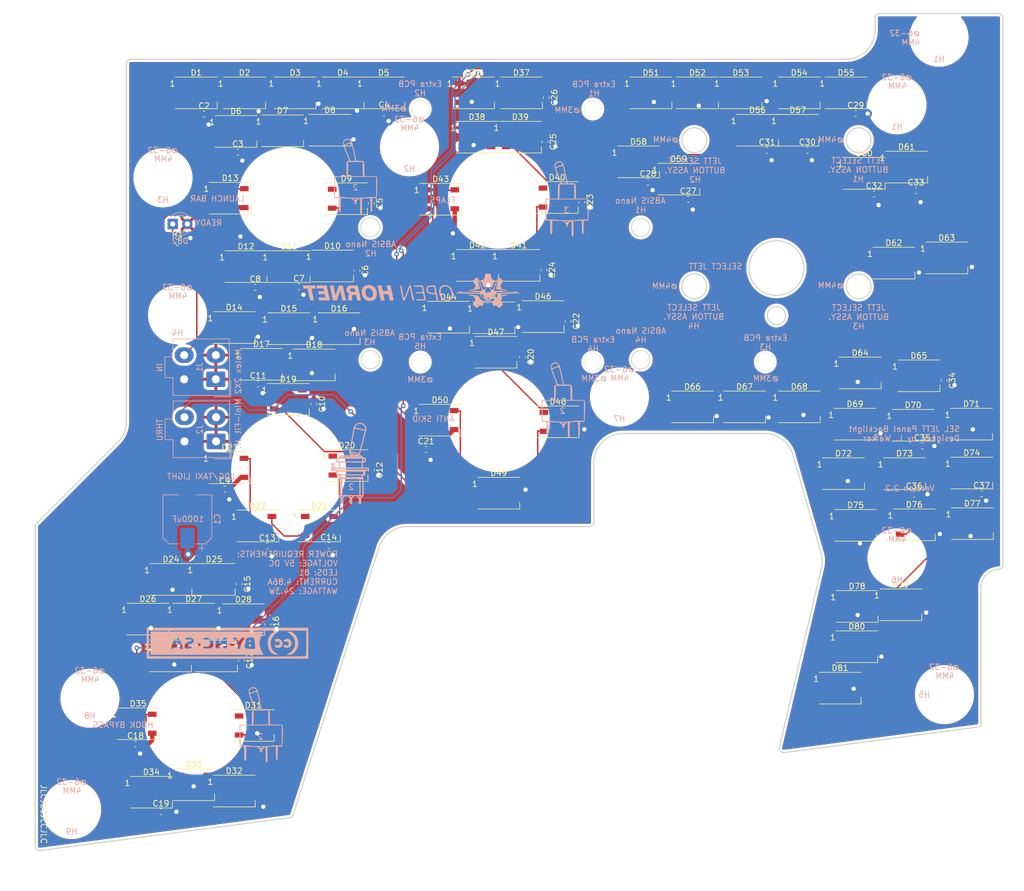
<source format=kicad_pcb>
(kicad_pcb (version 20211014) (generator pcbnew)
  (layers (0 "F.Cu" signal) (31 "B.Cu" signal) (34 "B.Paste" user) (35 "F.Paste" user) (36 "B.SilkS" user "B.Silkscreen") (37 "F.SilkS" user "F.Silkscreen") (38 "B.Mask" user) (39 "F.Mask" user) (44 "Edge.Cuts" user))
  (net 0 "")
  (net 1 "Net-(D1-Pad2)")
  (net 2 "Net-(D2-Pad2)")
  (net 3 "Net-(D3-Pad2)")
  (net 4 "Net-(D4-Pad2)")
  (net 5 "Net-(D6-Pad2)")
  (net 6 "Net-(D8-Pad2)")
  (net 7 "Net-(D10-Pad4)")
  (net 8 "Net-(D10-Pad2)")
  (net 9 "Net-(D11-Pad2)")
  (net 10 "Net-(D12-Pad2)")
  (net 11 "Net-(D13-Pad2)")
  (net 12 "Net-(D14-Pad2)")
  (net 13 "Net-(D15-Pad2)")
  (net 14 "Net-(D16-Pad2)")
  (net 15 "Net-(D17-Pad2)")
  (net 16 "Net-(D18-Pad2)")
  (net 17 "Net-(D19-Pad2)")
  (net 18 "Net-(D21-Pad2)")
  (net 19 "Net-(D22-Pad2)")
  (net 20 "Net-(D23-Pad2)")
  (net 21 "Net-(D24-Pad2)")
  (net 22 "Net-(D25-Pad2)")
  (net 23 "Net-(D26-Pad2)")
  (net 24 "Net-(D27-Pad2)")
  (net 25 "Net-(D31-Pad2)")
  (net 26 "Net-(D33-Pad2)")
  (net 27 "Net-(D34-Pad2)")
  (net 28 "Net-(D35-Pad2)")
  (net 29 "Net-(D36-Pad2)")
  (net 30 "Net-(D37-Pad2)")
  (net 31 "Net-(D38-Pad2)")
  (net 32 "Net-(D39-Pad2)")
  (net 33 "Net-(D40-Pad2)")
  (net 34 "Net-(D41-Pad2)")
  (net 35 "Net-(D42-Pad2)")
  (net 36 "Net-(D43-Pad2)")
  (net 37 "Net-(D44-Pad2)")
  (net 38 "Net-(D45-Pad2)")
  (net 39 "Net-(D46-Pad2)")
  (net 40 "Net-(D48-Pad2)")
  (net 41 "Net-(D49-Pad2)")
  (net 42 "Net-(D50-Pad2)")
  (net 43 "Net-(D51-Pad2)")
  (net 44 "Net-(D52-Pad2)")
  (net 45 "Net-(D53-Pad2)")
  (net 46 "Net-(D54-Pad2)")
  (net 47 "Net-(D55-Pad2)")
  (net 48 "Net-(D56-Pad2)")
  (net 49 "Net-(D58-Pad2)")
  (net 50 "Net-(D59-Pad2)")
  (net 51 "Net-(D60-Pad2)")
  (net 52 "Net-(D63-Pad2)")
  (net 53 "Net-(D64-Pad2)")
  (net 54 "Net-(D65-Pad2)")
  (net 55 "Net-(D66-Pad2)")
  (net 56 "Net-(D67-Pad2)")
  (net 57 "Net-(D68-Pad2)")
  (net 58 "Net-(D69-Pad2)")
  (net 59 "Net-(D70-Pad2)")
  (net 60 "Net-(D71-Pad2)")
  (net 61 "Net-(D72-Pad2)")
  (net 62 "Net-(D73-Pad2)")
  (net 63 "Net-(D74-Pad2)")
  (net 64 "Net-(D75-Pad2)")
  (net 65 "Net-(D77-Pad2)")
  (net 66 "/LEDGND")
  (net 67 "/LED+5V")
  (net 68 "Net-(D82-Pad1)")
  (net 69 "/DATAIN")
  (net 70 "Net-(D5-Pad2)")
  (net 71 "Net-(D7-Pad2)")
  (net 72 "Net-(D20-Pad2)")
  (net 73 "Net-(D28-Pad2)")
  (net 74 "Net-(D29-Pad2)")
  (net 75 "Net-(D30-Pad2)")
  (net 76 "Net-(D32-Pad2)")
  (net 77 "Net-(D47-Pad2)")
  (net 78 "Net-(D57-Pad2)")
  (net 79 "Net-(D61-Pad2)")
  (net 80 "Net-(D62-Pad2)")
  (net 81 "/DATAOUT")
  (net 82 "Net-(D76-Pad2)")
  (net 83 "Net-(D78-Pad2)")
  (net 84 "Net-(D79-Pad2)")
  (net 85 "Net-(D80-Pad2)")
  (footprint "OH_Footprints:C_0603_1608Metric" (layer "F.Cu") (at 94.4125 38.9)
    (fp_text reference "C2")
    (fp_text value "C")
  )
  (footprint "OH_Footprints:C_0603_1608Metric" (layer "F.Cu") (at 100.288 45.5)
    (fp_text reference "C3")
    (fp_text value "C")
  )
  (footprint "OH_Footprints:C_0603_1608Metric" (layer "F.Cu") (at 125.712 38.7)
    (fp_text reference "C4")
    (fp_text value "C")
  )
  (footprint "OH_Footprints:C_0603_1608Metric" (layer "F.Cu") (at 123.5 54.4125 -90)
    (fp_text reference "C5")
    (fp_text value "C")
  )
  (footprint "OH_Footprints:C_0603_1608Metric" (layer "F.Cu") (at 121 66.1125 -90)
    (fp_text reference "C6")
    (fp_text value "C")
  )
  (footprint "OH_Footprints:C_0603_1608Metric" (layer "F.Cu") (at 110.912 68.9)
    (fp_text reference "C7")
    (fp_text value "C")
  )
  (footprint "OH_Footprints:C_0603_1608Metric" (layer "F.Cu") (at 103.312 69)
    (fp_text reference "C8")
    (fp_text value "C")
  )
  (footprint "OH_Footprints:C_0603_1608Metric" (layer "F.Cu") (at 98 104.1)
    (fp_text reference "C9")
    (fp_text value "C")
  )
  (footprint "OH_Footprints:C_0603_1608Metric" (layer "F.Cu") (at 113.5 89.3125 -90)
    (fp_text reference "C10")
    (fp_text value "C")
  )
  (footprint "OH_Footprints:C_0603_1608Metric" (layer "F.Cu") (at 103.812 85.8)
    (fp_text reference "C11")
    (fp_text value "C")
  )
  (footprint "OH_Footprints:C_0603_1608Metric" (layer "F.Cu") (at 123.5 100.812 -90)
    (fp_text reference "C12")
    (fp_text value "C")
  )
  (footprint "OH_Footprints:C_0603_1608Metric" (layer "F.Cu") (at 105.412 114)
    (fp_text reference "C13")
    (fp_text value "C")
  )
  (footprint "OH_Footprints:C_0603_1608Metric" (layer "F.Cu") (at 116.088 113.9)
    (fp_text reference "C14")
    (fp_text value "C")
  )
  (footprint "OH_Footprints:C_0603_1608Metric" (layer "F.Cu") (at 100.5 120.612 -90)
    (fp_text reference "C15")
    (fp_text value "C")
  )
  (footprint "OH_Footprints:C_0603_1608Metric" (layer "F.Cu") (at 105.5 127.612 -90)
    (fp_text reference "C16")
    (fp_text value "C")
  )
  (footprint "OH_Footprints:C_0603_1608Metric" (layer "F.Cu") (at 100.9 133.912 -90)
    (fp_text reference "C17")
    (fp_text value "C")
  )
  (footprint "OH_Footprints:C_0603_1608Metric" (layer "F.Cu") (at 82.5 148.4)
    (fp_text reference "C18")
    (fp_text value "C")
  )
  (footprint "OH_Footprints:C_0603_1608Metric" (layer "F.Cu") (at 86.9125 160.2)
    (fp_text reference "C19")
    (fp_text value "C")
  )
  (footprint "OH_Footprints:C_0603_1608Metric" (layer "F.Cu") (at 149.8 81.1125 -90)
    (fp_text reference "C20")
    (fp_text value "C")
  )
  (footprint "OH_Footprints:C_0603_1608Metric" (layer "F.Cu") (at 133.012 97.2)
    (fp_text reference "C21")
    (fp_text value "C")
  )
  (footprint "OH_Footprints:C_0603_1608Metric" (layer "F.Cu") (at 157.7 74.9125 -90)
    (fp_text reference "C22")
    (fp_text value "C")
  )
  (footprint "OH_Footprints:C_0603_1608Metric" (layer "F.Cu") (at 160.1 54.2125 -90)
    (fp_text reference "C23")
    (fp_text value "C")
  )
  (footprint "OH_Footprints:C_0603_1608Metric" (layer "F.Cu") (at 153.5 66.0125 -90)
    (fp_text reference "C24")
    (fp_text value "C")
  )
  (footprint "OH_Footprints:C_0603_1608Metric" (layer "F.Cu") (at 153.7 43.7125 -90)
    (fp_text reference "C25")
    (fp_text value "C")
  )
  (footprint "OH_Footprints:C_0603_1608Metric" (layer "F.Cu") (at 153.9 36.0125 -90)
    (fp_text reference "C26")
    (fp_text value "C")
  )
  (footprint "OH_Footprints:C_0603_1608Metric" (layer "F.Cu") (at 178.6 53.7)
    (fp_text reference "C27")
    (fp_text value "C")
  )
  (footprint "OH_Footprints:C_0603_1608Metric" (layer "F.Cu") (at 171.612 50.7)
    (fp_text reference "C28")
    (fp_text value "C")
  )
  (footprint "OH_Footprints:C_0603_1608Metric" (layer "F.Cu") (at 207.712 38.8)
    (fp_text reference "C29")
    (fp_text value "C")
  )
  (footprint "OH_Footprints:C_0603_1608Metric" (layer "F.Cu") (at 199.312 45.2)
    (fp_text reference "C30")
    (fp_text value "C")
  )
  (footprint "OH_Footprints:C_0603_1608Metric" (layer "F.Cu") (at 192.312 45.2)
    (fp_text reference "C31")
    (fp_text value "C")
  )
  (footprint "OH_Footprints:C_0603_1608Metric" (layer "F.Cu") (at 210.912 52.8)
    (fp_text reference "C32")
    (fp_text value "C")
  )
  (footprint "OH_Footprints:C_0603_1608Metric" (layer "F.Cu") (at 218.212 52.2)
    (fp_text reference "C33")
    (fp_text value "C")
  )
  (footprint "OH_Footprints:C_0603_1608Metric" (layer "F.Cu") (at 223.1 85.2125 -90)
    (fp_text reference "C34")
    (fp_text value "C")
  )
  (footprint "OH_Footprints:C_0603_1608Metric" (layer "F.Cu") (at 219.312 96.6)
    (fp_text reference "C35")
    (fp_text value "C")
  )
  (footprint "OH_Footprints:C_0603_1608Metric" (layer "F.Cu") (at 217.888 105)
    (fp_text reference "C36")
    (fp_text value "C")
  )
  (footprint "OH_Footprints:C_0603_1608Metric" (layer "F.Cu") (at 229.612 104.9)
    (fp_text reference "C37")
    (fp_text value "C")
  )
  (footprint "OH_Footprints:LED_WS2812B_PLCC4_5.0x5.0mm_P3.2mm" (layer "F.Cu") (at 93.05 35.2)
    (fp_text reference "D1")
    (fp_text value "WS2812B")
  )
  (footprint "OH_Footprints:LED_WS2812B_PLCC4_5.0x5.0mm_P3.2mm" (layer "F.Cu") (at 101.45 35.2)
    (fp_text reference "D2")
    (fp_text value "WS2812B")
  )
  (footprint "OH_Footprints:LED_WS2812B_PLCC4_5.0x5.0mm_P3.2mm" (layer "F.Cu") (at 110.25 35.2)
    (fp_text reference "D3")
    (fp_text value "WS2812B")
  )
  (footprint "OH_Footprints:LED_WS2812B_PLCC4_5.0x5.0mm_P3.2mm" (layer "F.Cu") (at 118.55 35.2)
    (fp_text reference "D4")
    (fp_text value "WS2812B")
  )
  (footprint "OH_Footprints:LED_WS2812B_PLCC4_5.0x5.0mm_P3.2mm" (layer "F.Cu") (at 125.65 35.2)
    (fp_text reference "D5")
    (fp_text value "WS2812B")
  )
  (footprint "OH_Footprints:LED_WS2812B_PLCC4_5.0x5.0mm_P3.2mm" (layer "F.Cu") (at 99.95 41.9)
    (fp_text reference "D6")
    (fp_text value "WS2812B")
  )
  (footprint "OH_Footprints:LED_WS2812B_PLCC4_5.0x5.0mm_P3.2mm" (layer "F.Cu") (at 108.05 41.8)
    (fp_text reference "D7")
    (fp_text value "WS2812B")
  )
  (footprint "OH_Footprints:LED_WS2812B_PLCC4_5.0x5.0mm_P3.2mm" (layer "F.Cu") (at 116.3 41.7)
    (fp_text reference "D8")
    (fp_text value "WS2812B")
  )
  (footprint "OH_Footprints:LED_WS2812B_PLCC4_5.0x5.0mm_P3.2mm" (layer "F.Cu") (at 119.15 53.6)
    (fp_text reference "D9")
    (fp_text value "WS2812B")
  )
  (footprint "OH_Footprints:LED_WS2812B_PLCC4_5.0x5.0mm_P3.2mm" (layer "F.Cu") (at 116.75 65.3)
    (fp_text reference "D10")
    (fp_text value "WS2812B")
  )
  (footprint "OH_Footprints:LED_WS2812B_PLCC4_5.0x5.0mm_P3.2mm" (layer "F.Cu") (at 109.2 65.4)
    (fp_text reference "D11")
    (fp_text value "WS2812B")
  )
  (footprint "OH_Footprints:LED_WS2812B_PLCC4_5.0x5.0mm_P3.2mm" (layer "F.Cu") (at 101.7 65.4)
    (fp_text reference "D12")
    (fp_text value "WS2812B")
  )
  (footprint "OH_Footprints:LED_WS2812B_PLCC4_5.0x5.0mm_P3.2mm" (layer "F.Cu") (at 98.95 53.5)
    (fp_text reference "D13")
    (fp_text value "WS2812B")
  )
  (footprint "OH_Footprints:LED_WS2812B_PLCC4_5.0x5.0mm_P3.2mm" (layer "F.Cu") (at 99.65 76)
    (fp_text reference "D14")
    (fp_text value "WS2812B")
  )
  (footprint "OH_Footprints:LED_WS2812B_PLCC4_5.0x5.0mm_P3.2mm" (layer "F.Cu") (at 109.15 76.2)
    (fp_text reference "D15")
    (fp_text value "WS2812B")
  )
  (footprint "OH_Footprints:LED_WS2812B_PLCC4_5.0x5.0mm_P3.2mm" (layer "F.Cu") (at 117.9 76.2)
    (fp_text reference "D16")
    (fp_text value "WS2812B")
  )
  (footprint "OH_Footprints:LED_WS2812B_PLCC4_5.0x5.0mm_P3.2mm" (layer "F.Cu") (at 104.4 82.4)
    (fp_text reference "D17")
    (fp_text value "WS2812B")
  )
  (footprint "OH_Footprints:LED_WS2812B_PLCC4_5.0x5.0mm_P3.2mm" (layer "F.Cu") (at 113.55 82.5)
    (fp_text reference "D18")
    (fp_text value "WS2812B")
  )
  (footprint "OH_Footprints:LED_WS2812B_PLCC4_5.0x5.0mm_P3.2mm" (layer "F.Cu") (at 109.05 88.5)
    (fp_text reference "D19")
    (fp_text value "WS2812B")
  )
  (footprint "OH_Footprints:LED_WS2812B_PLCC4_5.0x5.0mm_P3.2mm" (layer "F.Cu") (at 119.25 100)
    (fp_text reference "D20")
    (fp_text value "WS2812B")
  )
  (footprint "OH_Footprints:LED_WS2812B_PLCC4_5.0x5.0mm_P3.2mm" (layer "F.Cu") (at 114.45 110.5)
    (fp_text reference "D21")
    (fp_text value "WS2812B")
  )
  (footprint "OH_Footprints:LED_WS2812B_PLCC4_5.0x5.0mm_P3.2mm" (layer "F.Cu") (at 103.75 110.5)
    (fp_text reference "D22")
    (fp_text value "WS2812B")
  )
  (footprint "OH_Footprints:LED_WS2812B_PLCC4_5.0x5.0mm_P3.2mm" (layer "F.Cu") (at 98.9 100.4)
    (fp_text reference "D23")
    (fp_text value "WS2812B")
  )
  (footprint "OH_Footprints:LED_WS2812B_PLCC4_5.0x5.0mm_P3.2mm" (layer "F.Cu") (at 88.65 119.8)
    (fp_text reference "D24")
    (fp_text value "WS2812B")
  )
  (footprint "OH_Footprints:LED_WS2812B_PLCC4_5.0x5.0mm_P3.2mm" (layer "F.Cu") (at 96.15 119.8)
    (fp_text reference "D25")
    (fp_text value "WS2812B")
  )
  (footprint "OH_Footprints:LED_WS2812B_PLCC4_5.0x5.0mm_P3.2mm" (layer "F.Cu") (at 84.65 126.7)
    (fp_text reference "D26")
    (fp_text value "WS2812B")
  )
  (footprint "OH_Footprints:LED_WS2812B_PLCC4_5.0x5.0mm_P3.2mm" (layer "F.Cu") (at 92.6 126.7)
    (fp_text reference "D27")
    (fp_text value "WS2812B")
  )
  (footprint "OH_Footprints:LED_WS2812B_PLCC4_5.0x5.0mm_P3.2mm" (layer "F.Cu") (at 101.25 126.8)
    (fp_text reference "D28")
    (fp_text value "WS2812B")
  )
  (footprint "OH_Footprints:LED_WS2812B_PLCC4_5.0x5.0mm_P3.2mm" (layer "F.Cu") (at 88.55 133.1)
    (fp_text reference "D29")
    (fp_text value "WS2812B")
  )
  (footprint "OH_Footprints:LED_WS2812B_PLCC4_5.0x5.0mm_P3.2mm" (layer "F.Cu") (at 96.55 133.1)
    (fp_text reference "D30")
    (fp_text value "WS2812B")
  )
  (footprint "OH_Footprints:LED_WS2812B_PLCC4_5.0x5.0mm_P3.2mm" (layer "F.Cu") (at 102.95 145.2)
    (fp_text reference "D31")
    (fp_text value "WS2812B")
  )
  (footprint "OH_Footprints:LED_WS2812B_PLCC4_5.0x5.0mm_P3.2mm" (layer "F.Cu") (at 99.65 156.6)
    (fp_text reference "D32")
    (fp_text value "WS2812B")
  )
  (footprint "OH_Footprints:LED_WS2812B_PLCC4_5.0x5.0mm_P3.2mm" (layer "F.Cu") (at 92.6 155.5)
    (fp_text reference "D33")
    (fp_text value "WS2812B")
  )
  (footprint "OH_Footprints:LED_WS2812B_PLCC4_5.0x5.0mm_P3.2mm" (layer "F.Cu") (at 85.25 156.8)
    (fp_text reference "D34")
    (fp_text value "WS2812B")
  )
  (footprint "OH_Footprints:LED_WS2812B_PLCC4_5.0x5.0mm_P3.2mm" (layer "F.Cu") (at 82.95 144.9)
    (fp_text reference "D35")
    (fp_text value "WS2812B")
  )
  (footprint "OH_Footprints:LED_WS2812B_PLCC4_5.0x5.0mm_P3.2mm" (layer "F.Cu") (at 141.25 35.2)
    (fp_text reference "D36")
    (fp_text value "WS2812B")
  )
  (footprint "OH_Footprints:LED_WS2812B_PLCC4_5.0x5.0mm_P3.2mm" (layer "F.Cu") (at 149.6 35.2)
    (fp_text reference "D37")
    (fp_text value "WS2812B")
  )
  (footprint "OH_Footprints:LED_WS2812B_PLCC4_5.0x5.0mm_P3.2mm" (layer "F.Cu") (at 141.85 42.9)
    (fp_text reference "D38")
    (fp_text value "WS2812B")
  )
  (footprint "OH_Footprints:LED_WS2812B_PLCC4_5.0x5.0mm_P3.2mm" (layer "F.Cu") (at 149.4 42.9)
    (fp_text reference "D39")
    (fp_text value "WS2812B")
  )
  (footprint "OH_Footprints:LED_WS2812B_PLCC4_5.0x5.0mm_P3.2mm" (layer "F.Cu") (at 155.8 53.4)
    (fp_text reference "D40")
    (fp_text value "WS2812B")
  )
  (footprint "OH_Footprints:LED_WS2812B_PLCC4_5.0x5.0mm_P3.2mm" (layer "F.Cu") (at 149.15 65.2)
    (fp_text reference "D41")
    (fp_text value "WS2812B")
  )
  (footprint "OH_Footprints:LED_WS2812B_PLCC4_5.0x5.0mm_P3.2mm" (layer "F.Cu") (at 141.95 65.2)
    (fp_text reference "D42")
    (fp_text value "WS2812B")
  )
  (footprint "OH_Footprints:LED_WS2812B_PLCC4_5.0x5.0mm_P3.2mm" (layer "F.Cu") (at 135.55 53.7)
    (fp_text reference "D43")
    (fp_text value "WS2812B")
  )
  (footprint "OH_Footprints:LED_WS2812B_PLCC4_5.0x5.0mm_P3.2mm" (layer "F.Cu") (at 136.9 74.2)
    (fp_text reference "D44")
    (fp_text value "WS2812B")
  )
  (footprint "OH_Footprints:LED_WS2812B_PLCC4_5.0x5.0mm_P3.2mm" (layer "F.Cu") (at 144.8 74.3)
    (fp_text reference "D45")
    (fp_text value "WS2812B")
  )
  (footprint "OH_Footprints:LED_WS2812B_PLCC4_5.0x5.0mm_P3.2mm" (layer "F.Cu") (at 153.35 74.1)
    (fp_text reference "D46")
    (fp_text value "WS2812B")
  )
  (footprint "OH_Footprints:LED_WS2812B_PLCC4_5.0x5.0mm_P3.2mm" (layer "F.Cu") (at 145.15 80.3)
    (fp_text reference "D47")
    (fp_text value "WS2812B")
  )
  (footprint "OH_Footprints:LED_WS2812B_PLCC4_5.0x5.0mm_P3.2mm" (layer "F.Cu") (at 155.95 92.4)
    (fp_text reference "D48")
    (fp_text value "WS2812B")
  )
  (footprint "OH_Footprints:LED_WS2812B_PLCC4_5.0x5.0mm_P3.2mm" (layer "F.Cu") (at 145.65 104.8)
    (fp_text reference "D49")
    (fp_text value "WS2812B")
  )
  (footprint "OH_Footprints:LED_WS2812B_PLCC4_5.0x5.0mm_P3.2mm" (layer "F.Cu") (at 135.45 92.1)
    (fp_text reference "D50")
    (fp_text value "WS2812B")
  )
  (footprint "OH_Footprints:LED_WS2812B_PLCC4_5.0x5.0mm_P3.2mm" (layer "F.Cu") (at 172.1 35.2)
    (fp_text reference "D51")
    (fp_text value "WS2812B")
  )
  (footprint "OH_Footprints:LED_WS2812B_PLCC4_5.0x5.0mm_P3.2mm" (layer "F.Cu") (at 180.2 35.2)
    (fp_text reference "D52")
    (fp_text value "WS2812B")
  )
  (footprint "OH_Footprints:LED_WS2812B_PLCC4_5.0x5.0mm_P3.2mm" (layer "F.Cu") (at 187.75 35.2)
    (fp_text reference "D53")
    (fp_text value "WS2812B")
  )
  (footprint "OH_Footprints:LED_WS2812B_PLCC4_5.0x5.0mm_P3.2mm" (layer "F.Cu") (at 197.9 35.2)
    (fp_text reference "D54")
    (fp_text value "WS2812B")
  )
  (footprint "OH_Footprints:LED_WS2812B_PLCC4_5.0x5.0mm_P3.2mm" (layer "F.Cu") (at 206.05 35.2)
    (fp_text reference "D55")
    (fp_text value "WS2812B")
  )
  (footprint "OH_Footprints:LED_WS2812B_PLCC4_5.0x5.0mm_P3.2mm" (layer "F.Cu") (at 190.65 41.7)
    (fp_text reference "D56")
    (fp_text value "WS2812B")
  )
  (footprint "OH_Footprints:LED_WS2812B_PLCC4_5.0x5.0mm_P3.2mm" (layer "F.Cu") (at 197.65 41.7)
    (fp_text reference "D57")
    (fp_text value "WS2812B")
  )
  (footprint "OH_Footprints:LED_WS2812B_PLCC4_5.0x5.0mm_P3.2mm" (layer "F.Cu") (at 169.95 47.2)
    (fp_text reference "D58")
    (fp_text value "WS2812B")
  )
  (footprint "OH_Footprints:LED_WS2812B_PLCC4_5.0x5.0mm_P3.2mm" (layer "F.Cu") (at 176.95 50.2)
    (fp_text reference "D59")
    (fp_text value "WS2812B")
  )
  (footprint "OH_Footprints:LED_WS2812B_PLCC4_5.0x5.0mm_P3.2mm" (layer "F.Cu") (at 209.2 49.2)
    (fp_text reference "D60")
    (fp_text value "WS2812B")
  )
  (footprint "OH_Footprints:LED_WS2812B_PLCC4_5.0x5.0mm_P3.2mm" (layer "F.Cu") (at 216.55 48.1)
    (fp_text reference "D61")
    (fp_text value "WS2812B")
  )
  (footprint "OH_Footprints:LED_WS2812B_PLCC4_5.0x5.0mm_P3.2mm" (layer "F.Cu") (at 214.35 64.8)
    (fp_text reference "D62")
    (fp_text value "WS2812B")
  )
  (footprint "OH_Footprints:LED_WS2812B_PLCC4_5.0x5.0mm_P3.2mm" (layer "F.Cu") (at 223.55 63.9)
    (fp_text reference "D63")
    (fp_text value "WS2812B")
  )
  (footprint "OH_Footprints:LED_WS2812B_PLCC4_5.0x5.0mm_P3.2mm" (layer "F.Cu") (at 208.5 83.9)
    (fp_text reference "D64")
    (fp_text value "WS2812B")
  )
  (footprint "OH_Footprints:LED_WS2812B_PLCC4_5.0x5.0mm_P3.2mm" (layer "F.Cu") (at 218.7 84.4)
    (fp_text reference "D65")
    (fp_text value "WS2812B")
  )
  (footprint "OH_Footprints:LED_WS2812B_PLCC4_5.0x5.0mm_P3.2mm" (layer "F.Cu") (at 179.35 89.8)
    (fp_text reference "D66")
    (fp_text value "WS2812B")
  )
  (footprint "OH_Footprints:LED_WS2812B_PLCC4_5.0x5.0mm_P3.2mm" (layer "F.Cu") (at 188.4 89.8)
    (fp_text reference "D67")
    (fp_text value "WS2812B")
  )
  (footprint "OH_Footprints:LED_WS2812B_PLCC4_5.0x5.0mm_P3.2mm" (layer "F.Cu") (at 197.9 89.8)
    (fp_text reference "D68")
    (fp_text value "WS2812B")
  )
  (footprint "OH_Footprints:LED_WS2812B_PLCC4_5.0x5.0mm_P3.2mm" (layer "F.Cu") (at 207.6 92.8)
    (fp_text reference "D69")
    (fp_text value "WS2812B")
  )
  (footprint "OH_Footprints:LED_WS2812B_PLCC4_5.0x5.0mm_P3.2mm" (layer "F.Cu") (at 217.7 93)
    (fp_text reference "D70")
    (fp_text value "WS2812B")
  )
  (footprint "OH_Footprints:LED_WS2812B_PLCC4_5.0x5.0mm_P3.2mm" (layer "F.Cu") (at 227.85 92.8)
    (fp_text reference "D71")
    (fp_text value "WS2812B")
  )
  (footprint "OH_Footprints:LED_WS2812B_PLCC4_5.0x5.0mm_P3.2mm" (layer "F.Cu") (at 205.6 101.4)
    (fp_text reference "D72")
    (fp_text value "WS2812B")
  )
  (footprint "OH_Footprints:LED_WS2812B_PLCC4_5.0x5.0mm_P3.2mm" (layer "F.Cu") (at 216.2 101.4)
    (fp_text reference "D73")
    (fp_text value "WS2812B")
  )
  (footprint "OH_Footprints:LED_WS2812B_PLCC4_5.0x5.0mm_P3.2mm" (layer "F.Cu") (at 227.9 101.3)
    (fp_text reference "D74")
    (fp_text value "WS2812B")
  )
  (footprint "OH_Footprints:LED_WS2812B_PLCC4_5.0x5.0mm_P3.2mm" (layer "F.Cu") (at 207.7 110.4)
    (fp_text reference "D75")
    (fp_text value "WS2812B")
  )
  (footprint "OH_Footprints:LED_WS2812B_PLCC4_5.0x5.0mm_P3.2mm" (layer "F.Cu") (at 217.9 110.3)
    (fp_text reference "D76")
    (fp_text value "WS2812B")
  )
  (footprint "OH_Footprints:LED_WS2812B_PLCC4_5.0x5.0mm_P3.2mm" (layer "F.Cu") (at 228 110.1)
    (fp_text reference "D77")
    (fp_text value "WS2812B")
  )
  (footprint "OH_Footprints:LED_WS2812B_PLCC4_5.0x5.0mm_P3.2mm" (layer "F.Cu") (at 207.95 124.5)
    (fp_text reference "D78")
    (fp_text value "WS2812B")
  )
  (footprint "OH_Footprints:LED_WS2812B_PLCC4_5.0x5.0mm_P3.2mm" (layer "F.Cu") (at 215.55 124.2)
    (fp_text reference "D79")
    (fp_text value "WS2812B")
  )
  (footprint "OH_Footprints:LED_WS2812B_PLCC4_5.0x5.0mm_P3.2mm" (layer "F.Cu") (at 207.9 131.5)
    (fp_text reference "D80")
    (fp_text value "WS2812B")
  )
  (footprint "OH_Footprints:LED_WS2812B_PLCC4_5.0x5.0mm_P3.2mm" (layer "F.Cu") (at 205 138.7)
    (fp_text reference "D81")
    (fp_text value "WS2812B")
  )
  (footprint "OH_Footprints:R_0603_1608Metric" (layer "F.Cu") (at 89.8 61.2)
    (fp_text reference "R1")
    (fp_text value "R")
  )
  (footprint "OH_Backlighting:OH_Panel_6-32_PHS" (layer "F.Cu") (at 87.261697 49.974517)
    (fp_text reference "1" hide)
    (fp_text value "OH_Panel_Fastner_Keepout" hide)
  )
  (footprint "OH_Backlighting:OH_Panel_6-32_PHS" (layer "F.Cu") (at 130.124197 44.577011)
    (fp_text reference "2" hide)
    (fp_text value "OH_Panel_Fastner_Keepout" hide)
  )
  (footprint "OH_Backlighting:OH_Panel_6-32_PHS" (layer "F.Cu") (at 214.896696 37.2745)
    (fp_text reference "3" hide)
    (fp_text value "OH_Panel_Fastner_Keepout" hide)
  )
  (footprint "OH_Backlighting:OH_Panel_6-32_PHS" (layer "F.Cu") (at 166.636703 88.074497)
    (fp_text reference "4" hide)
    (fp_text value "OH_Panel_Fastner_Keepout" hide)
  )
  (footprint "OH_Backlighting:OH_Panel_6-32_PHS" (layer "F.Cu") (at 74.561693 140.462018)
    (fp_text reference "5" hide)
    (fp_text value "OH_Panel_Fastner_Keepout" hide)
  )
  (footprint "OH_Backlighting:OH_Panel_6-32_PHS" (layer "F.Cu") (at 214.896707 116.078)
    (fp_text reference "6" hide)
    (fp_text value "OH_Panel_Fastner_Keepout" hide)
  )
  (footprint "OH_Backlighting:OH_Panel_6-32_PHS" (layer "F.Cu") (at 89.801693 73.787017)
    (fp_text reference "7" hide)
    (fp_text value "OH_Panel_Fastner_Keepout" hide)
  )
  (footprint "OH_Backlighting:OH_Panel_6-32_PHS" (layer "F.Cu") (at 71.386707 159.820032)
    (fp_text reference "8" hide)
    (fp_text value "OH_Panel_Fastner_Keepout" hide)
  )
  (footprint "OH_Backlighting:OH_Panel_6-32_PHS" (layer "F.Cu") (at 223.151694 139.839819)
    (fp_text reference "9" hide)
    (fp_text value "OH_Panel_Fastner_Keepout" hide)
  )
  (footprint "OH_Backlighting:631H_Toggle_Silkscreen" (layer "F.Cu") (at 120.73 49.69)
    (fp_text reference "12" hide)
    (fp_text value "631H Toggle" hide)
  )
  (footprint "OH_Backlighting:631H_Toggle_Silkscreen" (layer "F.Cu") (at 157.5 53.6)
    (fp_text reference "13" hide)
    (fp_text value "631H Toggle" hide)
  )
  (footprint "OH_Backlighting:100SP1_Toggle_Silkscreen" (layer "F.Cu") (at 120.45 100.95)
    (fp_text reference "14" hide)
    (fp_text value "100SP1 Toggle" hide)
  )
  (footprint "OH_Backlighting:631H_Toggle_Silkscreen" (layer "F.Cu") (at 104.3 145.05)
    (fp_text reference "G***" hide)
    (fp_text value "631H Toggle" hide)
  )
  (footprint "OH_Backlighting:631H_Toggle_13mm_x_13mm" (layer "F.Cu") (at 109.105698 53.467018)
    (fp_text reference "15" hide)
    (fp_text value "631H_Toggle_13mm_x_13mm" hide)
  )
  (footprint "OH_Backlighting:631H_Toggle_13mm_x_13mm" (layer "F.Cu") (at 145.681694 53.467018)
    (fp_text reference "16" hide)
    (fp_text value "631H_Toggle_13mm_x_13mm" hide)
  )
  (footprint "OH_Backlighting:100SPX_Toggle_13mm_x_18mm" (layer "F.Cu") (at 109.105698 100.774518)
    (fp_text reference "16" hide)
    (fp_text value "100SPX_Toggle_13mm_x_18mm" hide)
  )
  (footprint "OH_Backlighting:631H_Toggle_13mm_x_13mm" (layer "F.Cu") (at 145.681694 92.329018)
    (fp_text reference "17" hide)
    (fp_text value "631H_Toggle_13mm_x_13mm" hide)
  )
  (footprint "OH_Backlighting:631H_Toggle_Silkscreen" (layer "F.Cu") (at 156.85 88.6)
    (fp_text reference "G***" hide)
    (fp_text value "631H Toggle" hide)
  )
  (footprint "OH_Backlighting:631H_Toggle_13mm_x_13mm" (layer "F.Cu") (at 92.976707 144.906997)
    (fp_text reference "18" hide)
    (fp_text value "631H_Toggle_13mm_x_13mm" hide)
  )
  (footprint "OH_Backlighting:OH_Panel_6-32_PHS" (layer "F.Cu") (at 222.196696 25.5245)
    (fp_text reference "3" hide)
    (fp_text value "OH_Panel_Fastner_Keepout" hide)
  )
  (footprint "OH_Footprints:CP_Elec_8x10" (layer "B.Cu") (at 91.5 109.35 90)
    (fp_text reference "C1")
    (fp_text value "C_Polarized")
  )
  (footprint "OH_Footprints:LED_D3.0mm" (layer "B.Cu") (at 88.96 58)
    (fp_text reference "D82")
    (fp_text value "LED")
  )
  (footprint "OH_Footprints:Molex_Mini-Fit_Jr_5566-04A_2x02_P4.20mm_Vertical" (layer "B.Cu") (at 96.45 85 90)
    (fp_text reference "J1")
    (fp_text value "Conn_01x04_Female")
  )
  (footprint "OH_Footprints:Molex_Mini-Fit_Jr_5566-04A_2x02_P4.20mm_Vertical" (layer "B.Cu") (at 96.5 95.8 90)
    (fp_text reference "J2")
    (fp_text value "Conn_01x04_Female")
  )
  (footprint "OH_General:OH_LOGO_37.7mm_5.9mm" (layer "B.Cu") (at 130.44 69.62 180)
    (fp_text reference "11" hide)
    (fp_text value "LOGO" hide)
  )
  (footprint "OH_General:CC-BY-NC-SA-Small" (layer "B.Cu") (at 98.57 130.89 180)
    (fp_text reference "10" hide)
    (fp_text value "LOGO" hide)
  )
  (gr_circle (center 170.34 58.59) (end 171.94 58.59) (layer "Edge.Cuts") (width 0.15) (fill none))
  (gr_arc (start 80.911703 92.345713) (mid 80.525011 94.289745) (end 79.423806 95.937816) (layer "Edge.Cuts") (width 0.2))
  (gr_line (start 201.702416 115.184498) (end 196.778284 98.097769) (layer "Edge.Cuts") (width 0.2))
  (gr_circle (center 170.34 81.59) (end 171.94 81.59) (layer "Edge.Cuts") (width 0.15) (fill none))
  (gr_line (start 191.89694 94.424497) (end 167.271704 94.424497) (layer "Edge.Cuts") (width 0.2))
  (gr_circle (center 179.6542 68.834) (end 181.80685 68.834) (layer "Edge.Cuts") (width 0.2) (fill none))
  (gr_circle (center 123.34 81.59) (end 124.94 81.59) (layer "Edge.Cuts") (width 0.15) (fill none))
  (gr_circle (center 193.9417 65.659) (end 198.7042 65.659) (layer "Edge.Cuts") (width 0.2) (fill none))
  (gr_arc (start 162.191704 99.504497) (mid 163.679602 95.912395) (end 167.271704 94.424497) (layer "Edge.Cuts") (width 0.2))
  (gr_circle (center 193.9417 73.914) (end 195.5292 73.914) (layer "Edge.Cuts") (width 0.2) (fill none))
  (gr_arc (start 233.311706 117.285898) (mid 233.097369 117.816366) (end 232.574288 118.048149) (layer "Edge.Cuts") (width 0.2))
  (gr_arc (start 65.898168 166.947405) (mid 65.296285 166.764826) (end 65.036707 166.191924) (layer "Edge.Cuts") (width 0.2))
  (gr_arc (start 211.086692 22.161502) (mid 211.309877 21.622685) (end 211.848693 21.399499) (layer "Edge.Cuts") (width 0.2))
  (gr_line (start 211.086694 24.257001) (end 211.086693 22.161501) (layer "Edge.Cuts") (width 0.2))
  (gr_arc (start 211.086693 24.257001) (mid 209.598796 27.849103) (end 206.006694 29.337) (layer "Edge.Cuts") (width 0.2))
  (gr_line (start 81.673694 29.337018) (end 206.006694 29.337) (layer "Edge.Cuts") (width 0.2))
  (gr_circle (center 162 38) (end 163.51 38) (layer "Edge.Cuts") (width 0.05) (fill none))
  (gr_arc (start 109.888473 160.715854) (mid 109.651225 161.067921) (end 109.262411 161.238395) (layer "Edge.Cuts") (width 0.2))
  (gr_arc (start 65.036708 110.64055) (mid 65.094712 110.348946) (end 65.259892 110.101735) (layer "Edge.Cuts") (width 0.2))
  (gr_line (start 211.848693 21.399499) (end 232.549693 21.399498) (layer "Edge.Cuts") (width 0.2))
  (gr_arc (start 195.288724 149.912823) (mid 194.62428 149.668818) (end 194.447231 148.983488) (layer "Edge.Cuts") (width 0.2))
  (gr_line (start 233.311693 22.161498) (end 233.311706 117.286545) (layer "Edge.Cuts") (width 0.2))
  (gr_line (start 228.839172 145.495818) (end 195.28859 149.912841) (layer "Edge.Cuts") (width 0.2))
  (gr_line (start 65.259892 110.101735) (end 79.423806 95.937816) (layer "Edge.Cuts") (width 0.2))
  (gr_line (start 161.429704 110.616997) (end 129.699459 110.616997) (layer "Edge.Cuts") (width 0.2))
  (gr_circle (center 192 82) (end 193.51 82) (layer "Edge.Cuts") (width 0.05) (fill none))
  (gr_circle (center 132 38) (end 133.51 38) (layer "Edge.Cuts") (width 0.05) (fill none))
  (gr_arc (start 162.191704 109.854997) (mid 161.968519 110.393812) (end 161.429704 110.616997) (layer "Edge.Cuts") (width 0.2))
  (gr_arc (start 80.911695 30.099019) (mid 81.134879 29.560203) (end 81.673694 29.337018) (layer "Edge.Cuts") (width 0.2))
  (gr_circle (center 123.34 58.59) (end 125 58.59) (layer "Edge.Cuts") (width 0.15) (fill none))
  (gr_arc (start 232.549693 21.399498) (mid 233.088508 21.622683) (end 233.311693 22.161498) (layer "Edge.Cuts") (width 0.2))
  (gr_line (start 162.191704 99.504497) (end 162.191704 109.854997) (layer "Edge.Cuts") (width 0.2))
  (gr_circle (center 179.6542 43.434) (end 181.80685 43.434) (layer "Edge.Cuts") (width 0.2) (fill none))
  (gr_arc (start 229.501709 121.224187) (mid 230.394785 119.013907) (end 232.574288 118.048149) (layer "Edge.Cuts") (width 0.2))
  (gr_circle (center 132 82) (end 133.51 82) (layer "Edge.Cuts") (width 0.05) (fill none))
  (gr_line (start 124.863295 114.142031) (end 109.888375 160.716158) (layer "Edge.Cuts") (width 0.2))
  (gr_circle (center 208.2292 68.834) (end 210.38185 68.834) (layer "Edge.Cuts") (width 0.2) (fill none))
  (gr_line (start 65.036707 166.191924) (end 65.036707 110.64055) (layer "Edge.Cuts") (width 0.2))
  (gr_line (start 194.447231 148.983488) (end 201.767059 117.750373) (layer "Edge.Cuts") (width 0.2))
  (gr_arc (start 201.701581 115.181603) (mid 201.899423 116.461779) (end 201.767059 117.750373) (layer "Edge.Cuts") (width 0.2))
  (gr_circle (center 208.2292 43.434) (end 210.38185 43.434) (layer "Edge.Cuts") (width 0.2) (fill none))
  (gr_arc (start 229.501711 144.740337) (mid 229.312613 145.242758) (end 228.839172 145.495818) (layer "Edge.Cuts") (width 0.2))
  (gr_line (start 229.501708 121.221497) (end 229.501711 144.740337) (layer "Edge.Cuts") (width 0.2))
  (gr_arc (start 124.862641 114.144065) (mid 126.706341 111.592408) (end 129.699459 110.616996) (layer "Edge.Cuts") (width 0.2))
  (gr_line (start 109.262411 161.238395) (end 65.898168 166.947405) (layer "Edge.Cuts") (width 0.2))
  (gr_arc (start 191.899053 94.424497) (mid 194.952307 95.446032) (end 196.778284 98.097769) (layer "Edge.Cuts") (width 0.2))
  (gr_line (start 80.911703 92.345714) (end 80.911695 30.099018) (layer "Edge.Cuts") (width 0.2))
  (gr_circle (center 162 82) (end 163.51 82) (layer "Edge.Cuts") (width 0.05) (fill none))
  (gr_text "ABSIS Nano\nH4" (at 170.36 77.36) (layer "B.SilkS") (effects (font (size 1 1)) (justify mirror)))
  (gr_text "2" (at 104.2 147.15) (layer "B.SilkS") (effects (font (size 1 1)) (justify mirror)))
  (gr_text "⌀4MM" (at 203.4032 43.3324) (layer "B.SilkS") (effects (font (size 1 1)) (justify mirror)))
  (gr_text "READY" (at 95.2 57.8) (layer "B.SilkS") (effects (font (size 1 1)) (justify mirror)))
  (gr_text "Molex 2X2 Mini-Fit Jr." (at 100.35 88.4 90) (layer "B.SilkS") (effects (font (size 1 1)) (justify mirror)))
  (gr_text "3" (at 157.4292 55.5752) (layer "B.SilkS") (effects (font (size 1 1)) (justify mirror)))
  (gr_text "JETT SELECT\nBUTTON ASSY.\nH2" (at 179.7812 48.6664) (layer "B.SilkS") (effects (font (size 1 1)) (justify mirror)))
  (gr_text "⌀4MM" (at 203.4032 68.6816) (layer "B.SilkS") (effects (font (size 1 1)) (justify mirror)))
  (gr_text "⌀4MM" (at 174.5488 68.7832) (layer "B.SilkS") (effects (font (size 1 1)) (justify mirror)))
  (gr_text "Extra PCB\nH4" (at 162.05 78.88) (layer "B.SilkS") (effects (font (size 1 1)) (justify mirror)))
  (gr_text "JETT SELECT\nBUTTON ASSY.\nH1" (at 208.1276 48.5648) (layer "B.SilkS") (effects (font (size 1 1)) (justify mirror)))
  (gr_text "FLAPS" (at 135.89 53.848) (layer "B.SilkS") (effects (font (size 1 1)) (justify mirror)))
  (gr_text "Version 2.2" (at 217.15 103.95) (layer "B.SilkS") (effects (font (size 1 1)) (justify mirror)))
  (gr_text "LDG/TAXI LIGHT" (at 93.86 101.89) (layer "B.SilkS") (effects (font (size 1 1)) (justify mirror)))
  (gr_text "⌀4MM" (at 174.7012 43.3324) (layer "B.SilkS") (effects (font (size 1 1)) (justify mirror)))
  (gr_text "ABSIS Nano\nH3" (at 123.21 77.74) (layer "B.SilkS") (effects (font (size 1 1)) (justify mirror)))
  (gr_text "⌀3MM" (at 162.2552 84.836) (layer "B.SilkS") (effects (font (size 1 1)) (justify mirror)))
  (gr_text "⌀3MM" (at 127.4572 37.8968) (layer "B.SilkS") (effects (font (size 1 1)) (justify mirror)))
  (gr_text "IN" (at 86.7 82.95 90) (layer "B.SilkS") (effects (font (size 1 1)) (justify mirror)))
  (gr_text "Extra PCB\nH5" (at 131.9784 78.4352) (layer "B.SilkS") (effects (font (size 1 1)) (justify mirror)))
  (gr_text "POWER REQUIREMENTS:\nVOLTAGE: 5V DC\nLEDS: 81\nCURRENT: 4.86A\nWATTAGE: 24.3W" (at 117.77 118.61) (layer "B.SilkS") (effects (font (size 1 1)) (justify left mirror)))
  (gr_text "LAUNCH BAR" (at 96.7232 53.594) (layer "B.SilkS") (effects (font (size 1 1)) (justify mirror)))
  (gr_text "2" (at 120.72 51.65) (layer "B.SilkS") (effects (font (size 1 1)) (justify mirror)))
  (gr_text "HOOK BYPASS" (at 80.35 145.1) (layer "B.SilkS") (effects (font (size 1 1)) (justify mirror)))
  (gr_text "Extra PCB\nH1" (at 162.2044 34.4932) (layer "B.SilkS") (effects (font (size 1 1)) (justify mirror)))
  (gr_text "⌀3MM" (at 192.1256 84.836) (layer "B.SilkS") (effects (font (size 1 1)) (justify mirror)))
  (gr_text "ANTI SKID" (at 134.2644 91.8972) (layer "B.SilkS") (effects (font (size 1 1)) (justify mirror)))
  (gr_text "ABSIS Nano\nH2" (at 123.41 62.31) (layer "B.SilkS") (effects (font (size 1 1)) (justify mirror)))
  (gr_text "⌀3MM" (at 157.607 38.1762) (layer "B.SilkS") (effects (font (size 1 1)) (justify mirror)))
  (gr_text "Extra PCB\nH3" (at 192.024 78.5876) (layer "B.SilkS") (effects (font (size 1 1)) (justify mirror)))
  (gr_text "Extra PCB\nH2" (at 131.9784 34.4424) (layer "B.SilkS") (effects (font (size 1 1)) (justify mirror)))
  (gr_text "SEL JETT Panel Backlight\nDesigned by L. Walker" (at 225.9 94.45) (layer "B.SilkS") (effects (font (size 1 1)) (justify left mirror)))
  (gr_text "⌀3MM" (at 132.0292 85.0392) (layer "B.SilkS") (effects (font (size 1 1)) (justify mirror)))
  (gr_text "1000uF" (at 91.6 109.3) (layer "B.SilkS") (effects (font (size 1 1)) (justify mirror)))
  (gr_text "JETT SELECT\nBUTTON ASSY.\nH3" (at 208.2292 74.168) (layer "B.SilkS") (effects (font (size 1 1)) (justify mirror)))
  (gr_text "ABSIS Nano\nH1" (at 170.28 54.74) (layer "B.SilkS") (effects (font (size 1 1)) (justify mirror)))
  (gr_text "2" (at 156.75 90.5) (layer "B.SilkS") (effects (font (size 1 1)) (justify mirror)))
  (gr_text "THRU" (at 86.7 93.8 90) (layer "B.SilkS") (effects (font (size 1 1)) (justify mirror)))
  (gr_text "SELECT JETT" (at 183.3372 65.3796) (layer "B.SilkS") (effects (font (size 1 1)) (justify mirror)))
  (gr_text "JETT SELECT\nBUTTON ASSY.\nH4" (at 179.578 74.1172) (layer "B.SilkS") (effects (font (size 1 1)) (justify mirror)))
  (gr_text "JLCJLCJLCJLC" (at 66.52 160.62 270) (layer "F.SilkS") (effects (font (size 1 1))))
  (segment (start 91.6753 36.8) (end 92.5006 35.9747) (width 0.25) (layer "F.Cu") (net 1))
  (segment (start 99.1036 35.9747) (end 101.4783 33.6) (width 0.25) (layer "F.Cu") (net 1))
  (segment (start 90.6 36.8) (end 91.6753 36.8) (width 0.25) (layer "F.Cu") (net 1))
  (segment (start 101.4783 33.6) (end 103.9 33.6) (width 0.25) (layer "F.Cu") (net 1))
  (segment (start 92.5006 35.9747) (end 99.1036 35.9747) (width 0.25) (layer "F.Cu") (net 1))
  (segment (start 112.7 33.6) (end 111.6247 33.6) (width 0.25) (layer "F.Cu") (net 2))
  (segment (start 99 36.8) (end 100.0753 36.8) (width 0.25) (layer "F.Cu") (net 2))
  (segment (start 100.0753 36.8) (end 102.45 34.4253) (width 0.25) (layer "F.Cu") (net 2))
  (segment (start 102.45 34.4253) (end 110.7994 34.4253) (width 0.25) (layer "F.Cu") (net 2))
  (segment (start 110.7994 34.4253) (end 111.6247 33.6) (width 0.25) (layer "F.Cu") (net 2))
  (segment (start 109.7006 35.9747) (end 117.55 35.9747) (width 0.25) (layer "F.Cu") (net 3))
  (segment (start 121 33.6) (end 119.9247 33.6) (width 0.25) (layer "F.Cu") (net 3))
  (segment (start 108.8753 36.8) (end 109.7006 35.9747) (width 0.25) (layer "F.Cu") (net 3))
  (segment (start 117.55 35.9747) (end 119.9247 33.6) (width 0.25) (layer "F.Cu") (net 3))
  (segment (start 107.8 36.8) (end 108.8753 36.8) (width 0.25) (layer "F.Cu") (net 3))
  (segment (start 116.1 36.8) (end 118.0711 36.8) (width 0.25) (layer "F.Cu") (net 4))
  (segment (start 128.1 33.6) (end 127.0247 33.6) (width 0.25) (layer "F.Cu") (net 4))
  (segment (start 118.0711 36.8) (end 120.4458 34.4253) (width 0.25) (layer "F.Cu") (net 4))
  (segment (start 120.4458 34.4253) (end 126.1994 34.4253) (width 0.25) (layer "F.Cu") (net 4))
  (segment (start 126.1994 34.4253) (end 127.0247 33.6) (width 0.25) (layer "F.Cu") (net 4))
  (segment (start 103.92531 39.990308) (end 103.410001 39.474999) (width 0.25) (layer "F.Cu") (net 5))
  (segment (start 108.4 40.2) (end 106.5 42.1) (width 0.25) (layer "F.Cu") (net 5))
  (segment (start 101.389999 39.474999) (end 97.5 43.364998) (width 0.25) (layer "F.Cu") (net 5))
  (segment (start 103.92531 41.12531) (end 103.92531 39.990308) (width 0.25) (layer "F.Cu") (net 5))
  (segment (start 110.5 40.2) (end 108.4 40.2) (width 0.25) (layer "F.Cu") (net 5))
  (segment (start 104.9 42.1) (end 103.92531 41.12531) (width 0.25) (layer "F.Cu") (net 5))
  (segment (start 103.410001 39.474999) (end 101.389999 39.474999) (width 0.25) (layer "F.Cu") (net 5))
  (segment (start 97.5 43.364998) (end 97.5 43.5) (width 0.25) (layer "F.Cu") (net 5))
  (segment (start 106.5 42.1) (end 104.9 42.1) (width 0.25) (layer "F.Cu") (net 5))
  (segment (start 121.5099 42.8553) (end 121.5099 50.1895) (width 0.25) (layer "F.Cu") (net 6))
  (segment (start 114.9253 43.3) (end 116.0007 42.2246) (width 0.25) (layer "F.Cu") (net 6))
  (segment (start 121.5099 50.1895) (end 120.5247 51.1747) (width 0.25) (layer "F.Cu") (net 6))
  (segment (start 113.85 43.3) (end 114.9253 43.3) (width 0.25) (layer "F.Cu") (net 6))
  (segment (start 116.0007 42.2246) (end 120.8792 42.2246) (width 0.25) (layer "F.Cu") (net 6))
  (segment (start 120.8792 42.2246) (end 121.5099 42.8553) (width 0.25) (layer "F.Cu") (net 6))
  (segment (start 120.5247 51.1747) (end 120.5247 52) (width 0.25) (layer "F.Cu") (net 6))
  (segment (start 121.6 52) (end 120.5247 52) (width 0.25) (layer "F.Cu") (net 6))
  (segment (start 117.7753 55.2) (end 117.7753 63.3506) (width 0.25) (layer "F.Cu") (net 7))
  (segment (start 117.7753 63.3506) (end 118.1247 63.7) (width 0.25) (layer "F.Cu") (net 7))
  (segment (start 116.7 55.2) (end 117.7753 55.2) (width 0.25) (layer "F.Cu") (net 7))
  (segment (start 119.2 63.7) (end 118.1247 63.7) (width 0.25) (layer "F.Cu") (net 7))
  (segment (start 114.3 66.9) (end 113.2247 66.9) (width 0.25) (layer "F.Cu") (net 8))
  (segment (start 111.65 63.8) (end 112.7253 63.8) (width 0.25) (layer "F.Cu") (net 8))
  (segment (start 113.2247 66.9) (end 113.2247 64.2994) (width 0.25) (layer "F.Cu") (net 8))
  (segment (start 113.2247 64.2994) (end 112.7253 63.8) (width 0.25) (layer "F.Cu") (net 8))
  (segment (start 105.6747 64.2494) (end 105.2253 63.8) (width 0.25) (layer "F.Cu") (net 9))
  (segment (start 105.6747 67) (end 105.6747 64.2494) (width 0.25) (layer "F.Cu") (net 9))
  (segment (start 104.15 63.8) (end 105.2253 63.8) (width 0.25) (layer "F.Cu") (net 9))
  (segment (start 106.75 67) (end 105.6747 67) (width 0.25) (layer "F.Cu") (net 9))
  (segment (start 98.1747 67) (end 98.1747 54.05) (width 0.25) (layer "F.Cu") (net 10))
  (segment (start 99.25 67) (end 98.1747 67) (width 0.25) (layer "F.Cu") (net 10))
  (segment (start 98.1747 54.05) (end 100.3247 51.9) (width 0.25) (layer "F.Cu") (net 10))
  (segment (start 101.4 51.9) (end 100.3247 51.9) (width 0.25) (layer "F.Cu") (net 10))
  (segment (start 97.5753 70.9506) (end 101.0247 74.4) (width 0.25) (layer "F.Cu") (net 11))
  (segment (start 97.5753 55.1) (end 97.5753 70.9506) (width 0.25) (layer "F.Cu") (net 11))
  (segment (start 96.5 55.1) (end 97.5753 55.1) (width 0.25) (layer "F.Cu") (net 11))
  (segment (start 102.1 74.4) (end 101.0247 74.4) (width 0.25) (layer "F.Cu") (net 11))
  (segment (start 97.2 77.6) (end 98.2753 77.6) (width 0.25) (layer "F.Cu") (net 12))
  (segment (start 100.45 75.4253) (end 109.6994 75.4253) (width 0.25) (layer "F.Cu") (net 12))
  (segment (start 111.6 74.6) (end 110.5247 74.6) (width 0.25) (layer "F.Cu") (net 12))
  (segment (start 98.2753 77.6) (end 100.45 75.4253) (width 0.25) (layer "F.Cu") (net 12))
  (segment (start 109.6994 75.4253) (end 110.5247 74.6) (width 0.25) (layer "F.Cu") (net 12))
  (segment (start 109.6596 75.9157) (end 117.959 75.9157) (width 0.25) (layer "F.Cu") (net 13))
  (segment (start 120.35 74.6) (end 119.2747 74.6) (width 0.25) (layer "F.Cu") (net 13))
  (segment (start 107.7753 77.8) (end 109.6596 75.9157) (width 0.25) (layer "F.Cu") (net 13))
  (segment (start 117.959 75.9157) (end 119.2747 74.6) (width 0.25) (layer "F.Cu") (net 13))
  (segment (start 106.7 77.8) (end 107.7753 77.8) (width 0.25) (layer "F.Cu") (net 13))
  (segment (start 108.7506 79.9747) (end 107.9253 80.8) (width 0.25) (layer "F.Cu") (net 14))
  (segment (start 114.3747 78.2126) (end 112.6126 79.9747) (width 0.25) (layer "F.Cu") (net 14))
  (segment (start 112.6126 79.9747) (end 108.7506 79.9747) (width 0.25) (layer "F.Cu") (net 14))
  (segment (start 106.85 80.8) (end 107.9253 80.8) (width 0.25) (layer "F.Cu") (net 14))
  (segment (start 114.3747 77.8) (end 114.3747 78.2126) (width 0.25) (layer "F.Cu") (net 14))
  (segment (start 115.45 77.8) (end 114.3747 77.8) (width 0.25) (layer "F.Cu") (net 14))
  (segment (start 103.0253 84) (end 105.3 81.7253) (width 0.25) (layer "F.Cu") (net 15))
  (segment (start 101.95 84) (end 103.0253 84) (width 0.25) (layer "F.Cu") (net 15))
  (segment (start 114.0994 81.7253) (end 114.9247 80.9) (width 0.25) (layer "F.Cu") (net 15))
  (segment (start 105.3 81.7253) (end 114.0994 81.7253) (width 0.25) (layer "F.Cu") (net 15))
  (segment (start 116 80.9) (end 114.9247 80.9) (width 0.25) (layer "F.Cu") (net 15))
  (segment (start 110.0247 84.1) (end 110.0247 86.5) (width 0.25) (layer "F.Cu") (net 16))
  (segment (start 111.5 86.9) (end 110.4247 86.9) (width 0.25) (layer "F.Cu") (net 16))
  (segment (start 110.0247 86.5) (end 110.4247 86.9) (width 0.25) (layer "F.Cu") (net 16))
  (segment (start 111.1 84.1) (end 110.0247 84.1) (width 0.25) (layer "F.Cu") (net 16))
  (segment (start 107.8712 90.1) (end 115.3459 97.5747) (width 0.25) (layer "F.Cu") (net 17))
  (segment (start 121.7 98.4) (end 120.6247 98.4) (width 0.25) (layer "F.Cu") (net 17))
  (segment (start 119.7994 97.5747) (end 120.6247 98.4) (width 0.25) (layer "F.Cu") (net 17))
  (segment (start 115.3459 97.5747) (end 119.7994 97.5747) (width 0.25) (layer "F.Cu") (net 17))
  (segment (start 106.6 90.1) (end 107.8712 90.1) (width 0.25) (layer "F.Cu") (net 17))
  (segment (start 108.346 112.2552) (end 106.2 110.1092) (width 0.25) (layer "F.Cu") (net 18))
  (segment (start 112 112.1) (end 110.9247 112.1) (width 0.25) (layer "F.Cu") (net 18))
  (segment (start 110.9247 112.1) (end 110.7695 112.2552) (width 0.25) (layer "F.Cu") (net 18))
  (segment (start 106.2 110.1092) (end 106.2 108.9) (width 0.25) (layer "F.Cu") (net 18))
  (segment (start 110.7695 112.2552) (end 108.346 112.2552) (width 0.25) (layer "F.Cu") (net 18))
  (segment (start 101.3 112.1) (end 102.3753 112.1) (width 0.25) (layer "F.Cu") (net 19))
  (segment (start 102.3753 112.1) (end 102.4253 112.05) (width 0.25) (layer "F.Cu") (net 19))
  (segment (start 102.4253 112.05) (end 102.4253 98.8) (width 0.25) (layer "F.Cu") (net 19))
  (segment (start 101.35 98.8) (end 102.4253 98.8) (width 0.25) (layer "F.Cu") (net 19))
  (segment (start 96.45 102) (end 95.3747 102) (width 0.25) (layer "F.Cu") (net 20))
  (segment (start 95.3747 102) (end 95.3747 113.9253) (width 0.25) (layer "F.Cu") (net 20))
  (segment (start 92.1753 117.1247) (end 92.1753 118.2) (width 0.25) (layer "F.Cu") (net 20))
  (segment (start 91.1 118.2) (end 92.1753 118.2) (width 0.25) (layer "F.Cu") (net 20))
  (segment (start 95.3747 113.9253) (end 92.1753 117.1247) (width 0.25) (layer "F.Cu") (net 20))
  (segment (start 96.6994 119.0253) (end 97.5247 118.2) (width 0.25) (layer "F.Cu") (net 21))
  (segment (start 86.2 121.4) (end 87.2753 121.4) (width 0.25) (layer "F.Cu") (net 21))
  (segment (start 98.6 118.2) (end 97.5247 118.2) (width 0.25) (layer "F.Cu") (net 21))
  (segment (start 87.2753 121.4) (end 89.65 119.0253) (width 0.25) (layer "F.Cu") (net 21))
  (segment (start 89.65 119.0253) (end 96.6994 119.0253) (width 0.25) (layer "F.Cu") (net 21))
  (segment (start 93.7 121.4) (end 92.6247 121.4) (width 0.25) (layer "F.Cu") (net 22))
  (segment (start 92.6247 121.4) (end 92.6247 121.6064) (width 0.25) (layer "F.Cu") (net 22))
  (segment (start 89.0006 124.2747) (end 88.1753 125.1) (width 0.25) (layer "F.Cu") (net 22))
  (segment (start 87.1 125.1) (end 88.1753 125.1) (width 0.25) (layer "F.Cu") (net 22))
  (segment (start 89.9564 124.2747) (end 89.0006 124.2747) (width 0.25) (layer "F.Cu") (net 22))
  (segment (start 92.6247 121.6064) (end 89.9564 124.2747) (width 0.25) (layer "F.Cu") (net 22))
  (segment (start 95.05 125.1) (end 93.9747 125.1) (width 0.25) (layer "F.Cu") (net 23))
  (segment (start 85.65 125.9253) (end 93.1494 125.9253) (width 0.25) (layer "F.Cu") (net 23))
  (segment (start 93.1494 125.9253) (end 93.9747 125.1) (width 0.25) (layer "F.Cu") (net 23))
  (segment (start 83.2753 128.3) (end 85.65 125.9253) (width 0.25) (layer "F.Cu") (net 23))
  (segment (start 82.2 128.3) (end 83.2753 128.3) (width 0.25) (layer "F.Cu") (net 23))
  (segment (start 103.7 125.2) (end 102.6247 125.2) (width 0.25) (layer "F.Cu") (net 24))
  (segment (start 90.15 128.3) (end 91.2253 128.3) (width 0.25) (layer "F.Cu") (net 24))
  (segment (start 92.9067 126.6186) (end 101.2061 126.6186) (width 0.25) (layer "F.Cu") (net 24))
  (segment (start 101.2061 126.6186) (end 102.6247 125.2) (width 0.25) (layer "F.Cu") (net 24))
  (segment (start 91.2253 128.3) (end 92.9067 126.6186) (width 0.25) (layer "F.Cu") (net 24))
  (segment (start 101.5753 153.6241) (end 101.0247 154.1747) (width 0.25) (layer "F.Cu") (net 25))
  (segment (start 102.1 155) (end 101.0247 155) (width 0.25) (layer "F.Cu") (net 25))
  (segment (start 100.5 146.8) (end 101.5753 146.8) (width 0.25) (layer "F.Cu") (net 25))
  (segment (start 101.5753 146.8) (end 101.5753 153.6241) (width 0.25) (layer "F.Cu") (net 25))
  (segment (start 101.0247 154.1747) (end 101.0247 155) (width 0.25) (layer "F.Cu") (net 25))
  (segment (start 89.0747 155.4994) (end 88.7753 155.2) (width 0.25) (layer "F.Cu") (net 26))
  (segment (start 87.7 155.2) (end 88.7753 155.2) (width 0.25) (layer "F.Cu") (net 26))
  (segment (start 89.0747 157.1) (end 89.0747 155.4994) (width 0.25) (layer "F.Cu") (net 26))
  (segment (start 90.15 157.1) (end 89.0747 157.1) (width 0.25) (layer "F.Cu") (net 26))
  (segment (start 85.4 143.3) (end 84.3247 143.3) (width 0.25) (layer "F.Cu") (net 27))
  (segment (start 84.3247 144.4938) (end 84.3247 143.3) (width 0.25) (layer "F.Cu") (net 27))
  (segment (start 82.8 158.4) (end 81.7247 158.4) (width 0.25) (layer "F.Cu") (net 27))
  (segment (start 81.7247 158.4) (end 80.9439 157.6192) (width 0.25) (layer "F.Cu") (net 27))
  (segment (start 80.9439 147.8746) (end 84.3247 144.4938) (width 0.25) (layer "F.Cu") (net 27))
  (segment (start 80.9439 157.6192) (end 80.9439 147.8746) (width 0.25) (layer "F.Cu") (net 27))
  (segment (start 82.7 131.7) (end 82.7 131.6) (width 0.25) (layer "F.Cu") (net 28))
  (segment (start 80.5 146.5) (end 81.575001 145.424999) (width 0.25) (layer "F.Cu") (net 28))
  (segment (start 143.7 33.6) (end 143.7 33.4) (width 0.25) (layer "F.Cu") (net 28))
  (segment (start 81.575001 145.424999) (end 81.575001 145.024999) (width 0.25) (layer "F.Cu") (net 28))
  (segment (start 129.05 62.98639) (end 129.05 89.6) (width 0.25) (layer "F.Cu") (net 28))
  (segment (start 128.7 62.63639) (end 129.05 62.98639) (width 0.25) (layer "F.Cu") (net 28))
  (segment (start 143.7 33.4) (end 142.4 32.1) (width 0.25) (layer "F.Cu") (net 28))
  (segment (start 82.7 143.9) (end 82.7 131.7) (width 0.25) (layer "F.Cu") (net 28))
  (segment (start 142.4 32.1) (end 142.05 31.75) (width 0.25) (layer "F.Cu") (net 28))
  (segment (start 81.575001 145.024999) (end 82.7 143.9) (width 0.25) (layer "F.Cu") (net 28))
  (via (at 128.7 62.63639) (size 0.8) (drill 0.4) (layers "F.Cu" "B.Cu") (net 28))
  (via (at 82.7 131.7) (size 0.8) (drill 0.4) (layers "F.Cu" "B.Cu") (net 28))
  (via (at 129.05 89.6) (size 0.8) (drill 0.4) (layers "F.Cu" "B.Cu") (net 28))
  (via (at 142.05 31.75) (size 0.8) (drill 0.4) (layers "F.Cu" "B.Cu") (net 28))
  (segment (start 129.05 89.6) (end 129.05 89.6) (width 0.25) (layer "B.Cu") (net 28))
  (segment (start 128.7 62.63639) (end 128.7 62.63639) (width 0.25) (layer "B.Cu") (net 28))
  (segment (start 138.1 35.7) (end 138.05001 35.74999) (width 0.25) (layer "B.Cu") (net 28))
  (segment (start 138.05001 45.14999) (end 134.35001 48.84999) (width 0.25) (layer "B.Cu") (net 28))
  (segment (start 142.05 31.75) (end 138.1 35.7) (width 0.25) (layer "B.Cu") (net 28))
  (segment (start 120.2 105.6) (end 127.35 105.6) (width 0.25) (layer "B.Cu") (net 28))
  (segment (start 138.05001 35.74999) (end 138.05001 45.14999) (width 0.25) (layer "B.Cu") (net 28))
  (segment (start 111.65 114.15) (end 120.2 105.6) (width 0.25) (layer "B.Cu") (net 28))
  (segment (start 134.35001 48.84999) (end 134.350009 56.286401) (width 0.25) (layer "B.Cu") (net 28))
  (segment (start 82.7 131.7) (end 99.3 131.7) (width 0.25) (layer "B.Cu") (net 28))
  (segment (start 128.7 104.25) (end 128.7 91.8) (width 0.25) (layer "B.Cu") (net 28))
  (segment (start 134.350009 56.286401) (end 128.35001 62.2864) (width 0.25) (layer "B.Cu") (net 28))
  (segment (start 128.35001 62.2864) (end 128.7 62.63639) (width 0.25) (layer "B.Cu") (net 28))
  (segment (start 128.7 89.95) (end 129.05 89.6) (width 0.25) (layer "B.Cu") (net 28))
  (segment (start 127.35 105.6) (end 128.7 104.25) (width 0.25) (layer "B.Cu") (net 28))
  (segment (start 99.3 131.7) (end 111.65 119.35) (width 0.25) (layer "B.Cu") (net 28))
  (segment (start 128.7 91.173002) (end 128.7 91.8) (width 0.25) (layer "B.Cu") (net 28))
  (segment (start 128.7 91.173002) (end 128.7 89.95) (width 0.25) (layer "B.Cu") (net 28))
  (segment (start 111.65 119.35) (end 111.65 114.15) (width 0.25) (layer "B.Cu") (net 28))
  (segment (start 140.5935 35.566) (end 149.0087 35.566) (width 0.25) (layer "F.Cu") (net 29))
  (segment (start 152.05 33.6) (end 150.9747 33.6) (width 0.25) (layer "F.Cu") (net 29))
  (segment (start 138.8 36.8) (end 139.8753 36.8) (width 0.25) (layer "F.Cu") (net 29))
  (segment (start 149.0087 35.566) (end 150.9747 33.6) (width 0.25) (layer "F.Cu") (net 29))
  (segment (start 139.8753 36.2842) (end 140.5935 35.566) (width 0.25) (layer "F.Cu") (net 29))
  (segment (start 139.8753 36.8) (end 139.8753 36.2842) (width 0.25) (layer "F.Cu") (net 29))
  (segment (start 147.15 36.8) (end 146.0747 36.8) (width 0.25) (layer "F.Cu") (net 30))
  (segment (start 145.3753 37.4994) (end 145.3753 41.3) (width 0.25) (layer "F.Cu") (net 30))
  (segment (start 146.0747 36.8) (end 145.3753 37.4994) (width 0.25) (layer "F.Cu") (net 30))
  (segment (start 144.3 41.3) (end 145.3753 41.3) (width 0.25) (layer "F.Cu") (net 30))
  (segment (start 149.9494 42.1253) (end 150.7747 41.3) (width 0.25) (layer "F.Cu") (net 31))
  (segment (start 151.85 41.3) (end 150.7747 41.3) (width 0.25) (layer "F.Cu") (net 31))
  (segment (start 139.4 44.5) (end 141.7747 42.1253) (width 0.25) (layer "F.Cu") (net 31))
  (segment (start 141.7747 42.1253) (end 149.9494 42.1253) (width 0.25) (layer "F.Cu") (net 31))
  (segment (start 146.95 44.5) (end 148.0253 44.5) (width 0.25) (layer "F.Cu") (net 32))
  (segment (start 148.0253 44.5) (end 155.3253 51.8) (width 0.25) (layer "F.Cu") (net 32))
  (segment (start 155.3253 51.8) (end 158.25 51.8) (width 0.25) (layer "F.Cu") (net 32))
  (segment (start 152.2747 55) (end 152.2747 62.3741) (width 0.25) (layer "F.Cu") (net 33))
  (segment (start 152.2747 62.3741) (end 152.6753 62.7747) (width 0.25) (layer "F.Cu") (net 33))
  (segment (start 151.6 63.6) (end 152.6753 63.6) (width 0.25) (layer "F.Cu") (net 33))
  (segment (start 153.35 55) (end 152.2747 55) (width 0.25) (layer "F.Cu") (net 33))
  (segment (start 152.6753 62.7747) (end 152.6753 63.6) (width 0.25) (layer "F.Cu") (net 33))
  (segment (start 145.6247 63.7494) (end 145.4753 63.6) (width 0.25) (layer "F.Cu") (net 34))
  (segment (start 146.7 66.8) (end 145.6247 66.8) (width 0.25) (layer "F.Cu") (net 34))
  (segment (start 145.6247 66.8) (end 145.6247 63.7494) (width 0.25) (layer "F.Cu") (net 34))
  (segment (start 144.4 63.6) (end 145.4753 63.6) (width 0.25) (layer "F.Cu") (net 34))
  (segment (start 138 52.1) (end 136.9247 52.1) (width 0.25) (layer "F.Cu") (net 35))
  (segment (start 136.5991 52.4256) (end 136.5991 64.9744) (width 0.25) (layer "F.Cu") (net 35))
  (segment (start 136.5991 64.9744) (end 138.4247 66.8) (width 0.25) (layer "F.Cu") (net 35))
  (segment (start 139.5 66.8) (end 138.4247 66.8) (width 0.25) (layer "F.Cu") (net 35))
  (segment (start 136.9247 52.1) (end 136.5991 52.4256) (width 0.25) (layer "F.Cu") (net 35))
  (segment (start 134.1753 55.3) (end 134.1753 68.5006) (width 0.25) (layer "F.Cu") (net 36))
  (segment (start 139.35 72.6) (end 138.2747 72.6) (width 0.25) (layer "F.Cu") (net 36))
  (segment (start 134.1753 68.5006) (end 138.2747 72.6) (width 0.25) (layer "F.Cu") (net 36))
  (segment (start 133.1 55.3) (end 134.1753 55.3) (width 0.25) (layer "F.Cu") (net 36))
  (segment (start 147.25 72.7) (end 146.1747 72.7) (width 0.25) (layer "F.Cu") (net 37))
  (segment (start 145.3494 73.5253) (end 146.1747 72.7) (width 0.25) (layer "F.Cu") (net 37))
  (segment (start 135.5253 75.8) (end 137.8 73.5253) (width 0.25) (layer "F.Cu") (net 37))
  (segment (start 137.8 73.5253) (end 145.3494 73.5253) (width 0.25) (layer "F.Cu") (net 37))
  (segment (start 134.45 75.8) (end 135.5253 75.8) (width 0.25) (layer "F.Cu") (net 37))
  (segment (start 143.4253 75.9) (end 145.166 74.1593) (width 0.25) (layer "F.Cu") (net 38))
  (segment (start 153.0654 74.1593) (end 154.7247 72.5) (width 0.25) (layer "F.Cu") (net 38))
  (segment (start 142.35 75.9) (end 143.4253 75.9) (width 0.25) (layer "F.Cu") (net 38))
  (segment (start 145.166 74.1593) (end 153.0654 74.1593) (width 0.25) (layer "F.Cu") (net 38))
  (segment (start 155.8 72.5) (end 154.7247 72.5) (width 0.25) (layer "F.Cu") (net 38))
  (segment (start 150.9 75.7) (end 148.6753 77.9247) (width 0.25) (layer "F.Cu") (net 39))
  (segment (start 148.6753 77.9247) (end 148.6753 78.7) (width 0.25) (layer "F.Cu") (net 39))
  (segment (start 147.6 78.7) (end 148.6753 78.7) (width 0.25) (layer "F.Cu") (net 39))
  (segment (start 153.5 94) (end 152.4247 94) (width 0.25) (layer "F.Cu") (net 40))
  (segment (start 148.1 103.2) (end 149.1753 103.2) (width 0.25) (layer "F.Cu") (net 40))
  (segment (start 152.4247 94) (end 152.4247 99.9506) (width 0.25) (layer "F.Cu") (net 40))
  (segment (start 152.4247 99.9506) (end 149.1753 103.2) (width 0.25) (layer "F.Cu") (net 40))
  (segment (start 138.9753 103.2506) (end 138.9753 90.5) (width 0.25) (layer "F.Cu") (net 41))
  (segment (start 143.2 106.4) (end 142.1247 106.4) (width 0.25) (layer "F.Cu") (net 41))
  (segment (start 142.1247 106.4) (end 138.9753 103.2506) (width 0.25) (layer "F.Cu") (net 41))
  (segment (start 137.9 90.5) (end 138.9753 90.5) (width 0.25) (layer "F.Cu") (net 41))
  (segment (start 141.3 31) (end 161 31) (width 0.25) (layer "F.Cu") (net 42))
  (segment (start 133 93.7) (end 132 93.7) (width 0.25) (layer "F.Cu") (net 42))
  (segment (start 174.221998 33.6) (end 174.55 33.6) (width 0.25) (layer "F.Cu") (net 42))
  (segment (start 171.544699 36.617011) (end 171.544699 36.277299) (width 0.25) (layer "F.Cu") (net 42))
  (segment (start 168.2 38.2) (end 169.96171 38.2) (width 0.25) (layer "F.Cu") (net 42))
  (segment (start 132 93.7) (end 127.9 89.6) (width 0.25) (layer "F.Cu") (net 42))
  (segment (start 171.544699 36.277299) (end 174.221998 33.6) (width 0.25) (layer "F.Cu") (net 42))
  (segment (start 140.3 32) (end 141.3 31) (width 0.25) (layer "F.Cu") (net 42))
  (segment (start 127.9 89.6) (end 127.9 63.25) (width 0.25) (layer "F.Cu") (net 42))
  (segment (start 169.96171 38.2) (end 171.544699 36.617011) (width 0.25) (layer "F.Cu") (net 42))
  (segment (start 161 31) (end 168.2 38.2) (width 0.25) (layer "F.Cu") (net 42))
  (via (at 140.3 32) (size 0.8) (drill 0.4) (layers "F.Cu" "B.Cu") (net 42))
  (via (at 127.9 63.25) (size 0.8) (drill 0.4) (layers "F.Cu" "B.Cu") (net 42))
  (segment (start 140.3 32) (end 140.3 32) (width 0.25) (layer "B.Cu") (net 42))
  (segment (start 127.9 63.25) (end 127.9 62.1) (width 0.25) (layer "B.Cu") (net 42))
  (segment (start 133.9 56.1) (end 133.9 48.6) (width 0.25) (layer "B.Cu") (net 42))
  (segment (start 137.6 44.9) (end 137.6 34.7) (width 0.25) (layer "B.Cu") (net 42))
  (segment (start 127.9 62.1) (end 133.9 56.1) (width 0.25) (layer "B.Cu") (net 42))
  (segment (start 133.9 48.6) (end 137.6 44.9) (width 0.25) (layer "B.Cu") (net 42))
  (segment (start 137.6 34.7) (end 140.3 32) (width 0.25) (layer "B.Cu") (net 42))
  (segment (start 170.7253 35.6892) (end 173.6398 32.7747) (width 0.25) (layer "F.Cu") (net 43))
  (segment (start 182.65 33.6) (end 181.5747 33.6) (width 0.25) (layer "F.Cu") (net 43))
  (segment (start 173.6398 32.7747) (end 180.7494 32.7747) (width 0.25) (layer "F.Cu") (net 43))
  (segment (start 180.7494 32.7747) (end 181.5747 33.6) (width 0.25) (layer "F.Cu") (net 43))
  (segment (start 169.65 36.8) (end 170.7253 36.8) (width 0.25) (layer "F.Cu") (net 43))
  (segment (start 170.7253 36.8) (end 170.7253 35.6892) (width 0.25) (layer "F.Cu") (net 43))
  (segment (start 190.2 33.6) (end 189.1247 33.6) (width 0.25) (layer "F.Cu") (net 44))
  (segment (start 181.2 34.4253) (end 188.2994 34.4253) (width 0.25) (layer "F.Cu") (net 44))
  (segment (start 188.2994 34.4253) (end 189.1247 33.6) (width 0.25) (layer "F.Cu") (net 44))
  (segment (start 178.8253 36.8) (end 181.2 34.4253) (width 0.25) (layer "F.Cu") (net 44))
  (segment (start 177.75 36.8) (end 178.8253 36.8) (width 0.25) (layer "F.Cu") (net 44))
  (segment (start 186.3753 36.8) (end 188.0271 35.1482) (width 0.25) (layer "F.Cu") (net 45))
  (segment (start 188.0271 35.1482) (end 197.7265 35.1482) (width 0.25) (layer "F.Cu") (net 45))
  (segment (start 197.7265 35.1482) (end 199.2747 33.6) (width 0.25) (layer "F.Cu") (net 45))
  (segment (start 185.3 36.8) (end 186.3753 36.8) (width 0.25) (layer "F.Cu") (net 45))
  (segment (start 200.35 33.6) (end 199.2747 33.6) (width 0.25) (layer "F.Cu") (net 45))
  (segment (start 197.3506 35.9747) (end 205.05 35.9747) (width 0.25) (layer "F.Cu") (net 46))
  (segment (start 205.05 35.9747) (end 207.4247 33.6) (width 0.25) (layer "F.Cu") (net 46))
  (segment (start 208.5 33.6) (end 207.4247 33.6) (width 0.25) (layer "F.Cu") (net 46))
  (segment (start 195.45 36.8) (end 196.5253 36.8) (width 0.25) (layer "F.Cu") (net 46))
  (segment (start 196.5253 36.8) (end 197.3506 35.9747) (width 0.25) (layer "F.Cu") (net 46))
  (segment (start 200.749 38.5757) (end 194.6243 38.5757) (width 0.25) (layer "F.Cu") (net 47))
  (segment (start 194.6243 38.5757) (end 193.1 40.1) (width 0.25) (layer "F.Cu") (net 47))
  (segment (start 203.6 36.8) (end 202.5247 36.8) (width 0.25) (layer "F.Cu") (net 47))
  (segment (start 202.5247 36.8) (end 200.749 38.5757) (width 0.25) (layer "F.Cu") (net 47))
  (segment (start 189.4 43.4) (end 188.3 43.4) (width 0.25) (layer "F.Cu") (net 48))
  (segment (start 188.3 43.4) (end 188.2 43.3) (width 0.25) (layer "F.Cu") (net 48))
  (segment (start 190.77541 42.02459) (end 189.4 43.4) (width 0.25) (layer "F.Cu") (net 48))
  (segment (start 200.1 40.1) (end 199.9 40.1) (width 0.25) (layer "F.Cu") (net 48))
  (segment (start 197.97541 42.02459) (end 190.77541 42.02459) (width 0.25) (layer "F.Cu") (net 48))
  (segment (start 199.9 40.1) (end 197.97541 42.02459) (width 0.25) (layer "F.Cu") (net 48))
  (segment (start 179.4 48.6) (end 178.3247 48.6) (width 0.25) (layer "F.Cu") (net 49))
  (segment (start 168.5753 48.8) (end 169.6006 47.7747) (width 0.25) (layer "F.Cu") (net 49))
  (segment (start 177.4994 47.7747) (end 178.3247 48.6) (width 0.25) (layer "F.Cu") (net 49))
  (segment (start 167.5 48.8) (end 168.5753 48.8) (width 0.25) (layer "F.Cu") (net 49))
  (segment (start 169.6006 47.7747) (end 177.4994 47.7747) (width 0.25) (layer "F.Cu") (net 49))
  (segment (start 210.74229 47.6) (end 211.65 47.6) (width 0.25) (layer "F.Cu") (net 50))
  (segment (start 174.5 51.8) (end 174.5 52.55) (width 0.25) (layer "F.Cu") (net 50))
  (segment (start 178.512501 56.562501) (end 199.152497 56.562501) (width 0.25) (layer "F.Cu") (net 50))
  (segment (start 209.44229 48.9) (end 210.74229 47.6) (width 0.25) (layer "F.Cu") (net 50))
  (segment (start 174.5 52.55) (end 178.512501 56.562501) (width 0.25) (layer "F.Cu") (net 50))
  (segment (start 206.814998 48.9) (end 209.44229 48.9) (width 0.25) (layer "F.Cu") (net 50))
  (segment (start 199.152497 56.562501) (end 206.814998 48.9) (width 0.25) (layer "F.Cu") (net 50))
  (segment (start 215.5501 48.8746) (end 217.9247 46.5) (width 0.25) (layer "F.Cu") (net 51))
  (segment (start 210.1041 48.8746) (end 215.5501 48.8746) (width 0.25) (layer "F.Cu") (net 51))
  (segment (start 219 46.5) (end 217.9247 46.5) (width 0.25) (layer "F.Cu") (net 51))
  (segment (start 206.75 50.8) (end 208.1787 50.8) (width 0.25) (layer "F.Cu") (net 51))
  (segment (start 208.1787 50.8) (end 210.1041 48.8746) (width 0.25) (layer "F.Cu") (net 51))
  (segment (start 221.1 65.5) (end 220.0247 65.5) (width 0.25) (layer "F.Cu") (net 52))
  (segment (start 220.0247 65.5) (end 220.0247 74.3006) (width 0.25) (layer "F.Cu") (net 52))
  (segment (start 220.0247 74.3006) (end 212.0253 82.3) (width 0.25) (layer "F.Cu") (net 52))
  (segment (start 210.95 82.3) (end 212.0253 82.3) (width 0.25) (layer "F.Cu") (net 52))
  (segment (start 207.9247 83.6253) (end 219.2494 83.6253) (width 0.25) (layer "F.Cu") (net 53))
  (segment (start 219.2494 83.6253) (end 220.0747 82.8) (width 0.25) (layer "F.Cu") (net 53))
  (segment (start 206.05 85.5) (end 207.9247 83.6253) (width 0.25) (layer "F.Cu") (net 53))
  (segment (start 221.15 82.8) (end 220.0747 82.8) (width 0.25) (layer "F.Cu") (net 53))
  (segment (start 197.614998 89.1) (end 200.182497 86.532501) (width 0.25) (layer "F.Cu") (net 54))
  (segment (start 215.717499 86.532501) (end 216.25 86) (width 0.25) (layer "F.Cu") (net 54))
  (segment (start 191.874999 87.374999) (end 193.6 89.1) (width 0.25) (layer "F.Cu") (net 54))
  (segment (start 189.725001 87.374999) (end 191.874999 87.374999) (width 0.25) (layer "F.Cu") (net 54))
  (segment (start 200.182497 86.532501) (end 215.717499 86.532501) (width 0.25) (layer "F.Cu") (net 54))
  (segment (start 193.6 89.1) (end 197.614998 89.1) (width 0.25) (layer "F.Cu") (net 54))
  (segment (start 182.625001 89.025001) (end 188.074999 89.025001) (width 0.25) (layer "F.Cu") (net 54))
  (segment (start 188.074999 89.025001) (end 189.725001 87.374999) (width 0.25) (layer "F.Cu") (net 54))
  (segment (start 181.8 88.2) (end 182.625001 89.025001) (width 0.25) (layer "F.Cu") (net 54))
  (segment (start 177.985301 90.314699) (end 188.114699 90.314699) (width 0.25) (layer "F.Cu") (net 55))
  (segment (start 190.229398 88.2) (end 190.85 88.2) (width 0.25) (layer "F.Cu") (net 55))
  (segment (start 176.9 91.4) (end 177.985301 90.314699) (width 0.25) (layer "F.Cu") (net 55))
  (segment (start 188.114699 90.314699) (end 190.229398 88.2) (width 0.25) (layer "F.Cu") (net 55))
  (segment (start 190.039708 90.5) (end 196.78889 90.5) (width 0.25) (layer "F.Cu") (net 56))
  (segment (start 197.68889 89.6) (end 198.95 89.6) (width 0.25) (layer "F.Cu") (net 56))
  (segment (start 185.95 91.4) (end 189.139708 91.4) (width 0.25) (layer "F.Cu") (net 56))
  (segment (start 196.78889 90.5) (end 197.68889 89.6) (width 0.25) (layer "F.Cu") (net 56))
  (segment (start 189.139708 91.4) (end 190.039708 90.5) (width 0.25) (layer "F.Cu") (net 56))
  (segment (start 198.95 89.6) (end 200.35 88.2) (width 0.25) (layer "F.Cu") (net 56))
  (segment (start 207.8992 90.1245) (end 197.8008 90.1245) (width 0.25) (layer "F.Cu") (net 57))
  (segment (start 195.45 91.4) (end 196.5253 91.4) (width 0.25) (layer "F.Cu") (net 57))
  (segment (start 210.05 91.2) (end 208.9747 91.2) (width 0.25) (layer "F.Cu") (net 57))
  (segment (start 197.8008 90.1245) (end 196.5253 91.4) (width 0.25) (layer "F.Cu") (net 57))
  (segment (start 208.9747 91.2) (end 207.8992 90.1245) (width 0.25) (layer "F.Cu") (net 57))
  (segment (start 206.224701 95.474701) (end 212.540297 95.474701) (width 0.25) (layer "F.Cu") (net 58))
  (segment (start 212.540297 95.474701) (end 214.814998 93.2) (width 0.25) (layer "F.Cu") (net 58))
  (segment (start 205.15 94.4) (end 206.224701 95.474701) (width 0.25) (layer "F.Cu") (net 58))
  (segment (start 214.814998 93.2) (end 217.08889 93.2) (width 0.25) (layer "F.Cu") (net 58))
  (segment (start 218.88889 91.4) (end 220.15 91.4) (width 0.25) (layer "F.Cu") (net 58))
  (segment (start 217.08889 93.2) (end 218.88889 91.4) (width 0.25) (layer "F.Cu") (net 58))
  (segment (start 215.25 94.6) (end 216.3253 94.6) (width 0.25) (layer "F.Cu") (net 59))
  (segment (start 229.2247 91.2) (end 229.0787 91.2) (width 0.25) (layer "F.Cu") (net 59))
  (segment (start 229.0787 91.2) (end 226.7041 93.5746) (width 0.25) (layer "F.Cu") (net 59))
  (segment (start 217.3507 93.5746) (end 216.3253 94.6) (width 0.25) (layer "F.Cu") (net 59))
  (segment (start 226.7041 93.5746) (end 217.3507 93.5746) (width 0.25) (layer "F.Cu") (net 59))
  (segment (start 230.3 91.2) (end 229.2247 91.2) (width 0.25) (layer "F.Cu") (net 59))
  (segment (start 215.814998 100.8) (end 209.05 100.8) (width 0.25) (layer "F.Cu") (net 60))
  (segment (start 209.05 100.8) (end 208.05 99.8) (width 0.25) (layer "F.Cu") (net 60))
  (segment (start 221.1 98.7) (end 217.914998 98.7) (width 0.25) (layer "F.Cu") (net 60))
  (segment (start 225.4 94.4) (end 221.1 98.7) (width 0.25) (layer "F.Cu") (net 60))
  (segment (start 217.914998 98.7) (end 215.814998 100.8) (width 0.25) (layer "F.Cu") (net 60))
  (segment (start 218.65 99.8) (end 216.85 101.6) (width 0.25) (layer "F.Cu") (net 61))
  (segment (start 204.533101 101.616899) (end 203.15 103) (width 0.25) (layer "F.Cu") (net 61))
  (segment (start 216.85 101.6) (end 214.6 101.6) (width 0.25) (layer "F.Cu") (net 61))
  (segment (start 214.6 101.6) (end 214.583101 101.616899) (width 0.25) (layer "F.Cu") (net 61))
  (segment (start 214.583101 101.616899) (end 204.533101 101.616899) (width 0.25) (layer "F.Cu") (net 61))
  (segment (start 230.35 99.7) (end 229.524999 100.525001) (width 0.25) (layer "F.Cu") (net 62))
  (segment (start 222.625001 100.525001) (end 222.150002 101) (width 0.25) (layer "F.Cu") (net 62))
  (segment (start 216.08641 103) (end 213.75 103) (width 0.25) (layer "F.Cu") (net 62))
  (segment (start 218.08641 101) (end 216.08641 103) (width 0.25) (layer "F.Cu") (net 62))
  (segment (start 222.150002 101) (end 218.08641 101) (width 0.25) (layer "F.Cu") (net 62))
  (segment (start 229.524999 100.525001) (end 222.625001 100.525001) (width 0.25) (layer "F.Cu") (net 62))
  (segment (start 219.414998 107.8) (end 217.570318 109.64468) (width 0.25) (layer "F.Cu") (net 63))
  (segment (start 222.8 107.8) (end 219.414998 107.8) (width 0.25) (layer "F.Cu") (net 63))
  (segment (start 217.570318 109.64468) (end 210.99468 109.64468) (width 0.25) (layer "F.Cu") (net 63))
  (segment (start 225.45 105.15) (end 222.8 107.8) (width 0.25) (layer "F.Cu") (net 63))
  (segment (start 210.99468 109.64468) (end 210.15 108.8) (width 0.25) (layer "F.Cu") (net 63))
  (segment (start 225.45 102.9) (end 225.45 105.15) (width 0.25) (layer "F.Cu") (net 63))
  (segment (start 220.35 108.7) (end 218.95531 110.09469) (width 0.25) (layer "F.Cu") (net 64))
  (segment (start 217.30531 110.09469) (end 216.688501 110.711499) (width 0.25) (layer "F.Cu") (net 64))
  (segment (start 216.688501 110.711499) (end 206.538501 110.711499) (width 0.25) (layer "F.Cu") (net 64))
  (segment (start 218.95531 110.09469) (end 217.30531 110.09469) (width 0.25) (layer "F.Cu") (net 64))
  (segment (start 206.538501 110.711499) (end 205.25 112) (width 0.25) (layer "F.Cu") (net 64))
  (segment (start 211.4753 122.4874) (end 211.4753 122.9) (width 0.25) (layer "F.Cu") (net 65))
  (segment (start 212.575 121.3877) (end 211.4753 122.4874) (width 0.25) (layer "F.Cu") (net 65))
  (segment (start 224.4747 111.7) (end 214.787 121.3877) (width 0.25) (layer "F.Cu") (net 65))
  (segment (start 210.4 122.9) (end 211.4753 122.9) (width 0.25) (layer "F.Cu") (net 65))
  (segment (start 214.787 121.3877) (end 212.575 121.3877) (width 0.25) (layer "F.Cu") (net 65))
  (segment (start 225.55 111.7) (end 224.4747 111.7) (width 0.25) (layer "F.Cu") (net 65))
  (segment (start 114.3 37.1) (end 114.3 37.1) (width 0.75) (layer "F.Cu") (net 66))
  (segment (start 208.45 113.55) (end 208.45 113.55) (width 0.75) (layer "F.Cu") (net 66))
  (segment (start 222.35 111.9) (end 222.35 111.9) (width 0.75) (layer "F.Cu") (net 66))
  (segment (start 101.0755 45.4995) (end 101.075 45.5) (width 0.75) (layer "F.Cu") (net 66))
  (segment (start 227.3483 65.477) (end 227.3253 65.5) (width 0.75) (layer "F.Cu") (net 66))
  (segment (start 218 125.8) (end 219.3253 125.8) (width 0.75) (layer "F.Cu") (net 66))
  (segment (start 96.3889 128.2864) (end 96.3753 128.3) (width 0.75) (layer "F.Cu") (net 66))
  (segment (start 101.35 102) (end 100.888 102) (width 0.75) (layer "F.Cu") (net 66))
  (segment (start 230.3995 104.8995) (end 230.4 104.9) (width 0.75) (layer "F.Cu") (net 66))
  (segment (start 211.65 52.75) (end 211.6995 52.7995) (width 0.75) (layer "F.Cu") (net 66))
  (segment (start 172.4 50.45) (end 172.4 52.1) (width 0.75) (layer "F.Cu") (net 66))
  (segment (start 200.1 45.1) (end 200.0995 45.1005) (width 0.75) (layer "F.Cu") (net 66))
  (segment (start 137.1629 76.1737) (end 137.651 76.1737) (width 0.75) (layer "F.Cu") (net 66))
  (segment (start 230.45 111.7) (end 229.1247 111.7) (width 0.75) (layer "F.Cu") (net 66))
  (segment (start 143.0747 67.8732) (end 143.0747 66.8) (width 0.75) (layer "F.Cu") (net 66))
  (segment (start 212.1945 133.2107) (end 211.786 133.2107) (width 0.75) (layer "F.Cu") (net 66))
  (segment (start 112.7 36.8) (end 114 36.8) (width 0.75) (layer "F.Cu") (net 66))
  (segment (start 220.125 96.575) (end 220.1 96.6) (width 0.75) (layer "F.Cu") (net 66))
  (segment (start 99 134.7) (end 100.8995 134.7) (width 0.75) (layer "F.Cu") (net 66))
  (segment (start 208.5 37.8) (end 208.5 38.8) (width 0.75) (layer "F.Cu") (net 66))
  (segment (start 121 66.9) (end 122.4 66.9) (width 0.75) (layer "F.Cu") (net 66))
  (segment (start 220.1 96.6) (end 221.4 96.6) (width 0.75) (layer "F.Cu") (net 66))
  (segment (start 230.3 94.4) (end 228.9747 94.4) (width 0.75) (layer "F.Cu") (net 66))
  (segment (start 116.875 113.9) (end 116.8 115.6) (width 0.75) (layer "F.Cu") (net 66))
  (segment (start 157.7 75.7) (end 159.4 75.7) (width 0.75) (layer "F.Cu") (net 66))
  (segment (start 144.4 66.8) (end 143.0747 66.8) (width 0.75) (layer "F.Cu") (net 66))
  (segment (start 137.9 93.7) (end 134.4 97.2) (width 0.75) (layer "F.Cu") (net 66))
  (segment (start 118.75 43.3) (end 120.4 43.3) (width 0.75) (layer "F.Cu") (net 66))
  (segment (start 207.45 140.3) (end 206.1247 140.3) (width 0.75) (layer "F.Cu") (net 66))
  (segment (start 220.15 96.55) (end 220.125 96.575) (width 0.75) (layer "F.Cu") (net 66))
  (segment (start 190.2 36.8) (end 191.5253 36.8) (width 0.75) (layer "F.Cu") (net 66))
  (segment (start 87.7 158.4) (end 87.7 160.2) (width 0.75) (layer "F.Cu") (net 66))
  (segment (start 85.4 147.75) (end 84.75 148.4) (width 0.75) (layer "F.Cu") (net 66))
  (segment (start 172.4 48.8) (end 172.4 50.45) (width 0.75) (layer "F.Cu") (net 66))
  (segment (start 106.2 113.95) (end 106.2 115.8) (width 0.75) (layer "F.Cu") (net 66))
  (segment (start 227.6989 112.265) (end 228.5597 112.265) (width 0.75) (layer "F.Cu") (net 66))
  (segment (start 103.9 36.8) (end 103.9 38.4) (width 0.75) (layer "F.Cu") (net 66))
  (segment (start 95.05 157.1) (end 93.7247 157.1) (width 0.75) (layer "F.Cu") (net 66))
  (segment (start 198.8245 91.1998) (end 199.0247 91.4) (width 0.75) (layer "F.Cu") (net 66))
  (segment (start 143.8246 68.6231) (end 143.0747 67.8732) (width 0.75) (layer "F.Cu") (net 66))
  (segment (start 149.0269 75.9345) (end 148.6098 75.9345) (width 0.75) (layer "F.Cu") (net 66))
  (segment (start 219 51.95) (end 218.9995 51.9505) (width 0.75) (layer "F.Cu") (net 66))
  (segment (start 121.6 55.2) (end 123.5 55.2) (width 0.75) (layer "F.Cu") (net 66))
  (segment (start 113.167 83.9189) (end 114.4936 83.9189) (width 0.75) (layer "F.Cu") (net 66))
  (segment (start 120.4767 76.2644) (end 120.9493 76.2644) (width 0.75) (layer "F.Cu") (net 66))
  (segment (start 98.6 121.4) (end 100.4995 121.4) (width 0.75) (layer "F.Cu") (net 66))
  (segment (start 128.1 36.8) (end 128.1 37.1) (width 0.75) (layer "F.Cu") (net 66))
  (segment (start 123.4995 101.6) (end 123.5 101.5995) (width 0.75) (layer "F.Cu") (net 66))
  (segment (start 180.6825 37.4422) (end 180.4266 37.4422) (width 0.75) (layer "F.Cu") (net 66))
  (segment (start 230.4 104.9) (end 230.4 106.1) (width 0.75) (layer "F.Cu") (net 66))
  (segment (start 220.15 94.6) (end 220.15 96.55) (width 0.75) (layer "F.Cu") (net 66))
  (segment (start 218.65 104.975) (end 218.675 105) (width 0.75) (layer "F.Cu") (net 66))
  (segment (start 104.6 85.5) (end 104.6 86.45) (width 0.75) (layer "F.Cu") (net 66))
  (segment (start 147.6 81.9) (end 149.8 81.9) (width 0.75) (layer "F.Cu") (net 66))
  (segment (start 123.5 55.2) (end 125.1 55.2) (width 0.75) (layer "F.Cu") (net 66))
  (segment (start 100.0747 59.5198) (end 100.0747 55.1) (width 0.75) (layer "F.Cu") (net 66))
  (segment (start 106.2 112.1) (end 106.2 113.95) (width 0.75) (layer "F.Cu") (net 66))
  (segment (start 179.388 54.2021) (end 179.388 55.4875) (width 0.75) (layer "F.Cu") (net 66))
  (segment (start 228.5597 112.265) (end 229.1247 111.7) (width 0.75) (layer "F.Cu") (net 66))
  (segment (start 218.6755 105) (end 220.2 105) (width 0.75) (layer "F.Cu") (net 66))
  (segment (start 128.1 37.1) (end 127.3 37.9) (width 0.75) (layer "F.Cu") (net 66))
  (segment (start 200.35 91.4) (end 199.0247 91.4) (width 0.75) (layer "F.Cu") (net 66))
  (segment (start 208.0728 125.9944) (end 208.9691 125.9944) (width 0.75) (layer "F.Cu") (net 66))
  (segment (start 121 36.8) (end 121 38.3) (width 0.75) (layer "F.Cu") (net 66))
  (segment (start 104.7148 159.3159) (end 104.5412 159.3159) (width 0.75) (layer "F.Cu") (net 66))
  (segment (start 148.1 106.4) (end 150.3 104.2) (width 0.75) (layer "F.Cu") (net 66))
  (segment (start 102.1 77.6) (end 103.8 77.6) (width 0.75) (layer "F.Cu") (net 66))
  (segment (start 98.7875 104.1) (end 98.7875 105.888) (width 0.75) (layer "F.Cu") (net 66))
  (segment (start 192.4123 91.637) (end 192.1753 91.4) (width 0.75) (layer "F.Cu") (net 66))
  (segment (start 89.5782 121.5965) (end 89.7747 121.4) (width 0.75) (layer "F.Cu") (net 66))
  (segment (start 221.15 86) (end 223.1 86) (width 0.75) (layer "F.Cu") (net 66))
  (segment (start 104.5995 86.4495) (end 104.5995 85.8) (width 0.75) (layer "F.Cu") (net 66))
  (segment (start 117.675 44.375) (end 118.75 43.3) (width 0.75) (layer "F.Cu") (net 66))
  (segment (start 104.15 67) (end 104.15 68.95) (width 0.75) (layer "F.Cu") (net 66))
  (segment (start 211.3756 94.3997) (end 211.3753 94.4) (width 0.75) (layer "F.Cu") (net 66))
  (segment (start 190.85 91.4) (end 192.1753 91.4) (width 0.75) (layer "F.Cu") (net 66))
  (segment (start 127.3 37.9) (end 126.5 38.7) (width 0.75) (layer "F.Cu") (net 66))
  (segment (start 87.7 160.2) (end 89.6 160.2) (width 0.75) (layer "F.Cu") (net 66))
  (segment (start 160.1 55) (end 161.5 55) (width 0.75) (layer "F.Cu") (net 66))
  (segment (start 89.5682 134.5935) (end 89.6747 134.7) (width 0.75) (layer "F.Cu") (net 66))
  (segment (start 89.2299 134.5935) (end 89.5682 134.5935) (width 0.75) (layer "F.Cu") (net 66))
  (segment (start 158.25 55) (end 160.1 55) (width 0.75) (layer "F.Cu") (net 66))
  (segment (start 103.6387 146.549) (end 103.8237 146.549) (width 0.75) (layer "F.Cu") (net 66))
  (segment (start 208.9691 125.9944) (end 209.0747 126.1) (width 0.75) (layer "F.Cu") (net 66))
  (segment (start 139.35 75.8) (end 138.0247 75.8) (width 0.75) (layer "F.Cu") (net 66))
  (segment (start 172.4 50.45) (end 172.3995 50.4505) (width 0.75) (layer "F.Cu") (net 66))
  (segment (start 121.7 101.6) (end 123.4995 101.6) (width 0.75) (layer "F.Cu") (net 66))
  (segment (start 87.1 128.3) (end 85.7747 128.3) (width 0.75) (layer "F.Cu") (net 66))
  (segment (start 228.2858 93.7111) (end 228.9747 94.4) (width 0.75) (layer "F.Cu") (net 66))
  (segment (start 160.5302 93.6997) (end 160.0256 93.6997) (width 0.75) (layer "F.Cu") (net 66))
  (segment (start 227.9239 65.477) (end 227.3483 65.477) (width 0.75) (layer "F.Cu") (net 66))
  (segment (start 179.388 53.7) (end 179.388 54.2021) (width 0.75) (layer "F.Cu") (net 66))
  (segment (start 218.65 103) (end 218.65 104.975) (width 0.75) (layer "F.Cu") (net 66))
  (segment (start 142.3348 36.7601) (end 142.3747 36.8) (width 0.75) (layer "F.Cu") (net 66))
  (segment (start 144.3 44.5) (end 142.9747 44.5) (width 0.75) (layer "F.Cu") (net 66))
  (segment (start 138 59.3047) (end 138 55.3) (width 0.75) (layer "F.Cu") (net 66))
  (segment (start 206.1247 139.5141) (end 206.1247 140.3) (width 0.75) (layer "F.Cu") (net 66))
  (segment (start 228.0883 93.7111) (end 228.2858 93.7111) (width 0.75) (layer "F.Cu") (net 66))
  (segment (start 100.4995 121.4) (end 100.5 121.3995) (width 0.75) (layer "F.Cu") (net 66))
  (segment (start 160.0256 93.6997) (end 159.7253 94) (width 0.75) (layer "F.Cu") (net 66))
  (segment (start 116.8755 113.8995) (end 116.875 113.9) (width 0.75) (layer "F.Cu") (net 66))
  (segment (start 207.3607 138.8068) (end 206.832 138.8068) (width 0.75) (layer "F.Cu") (net 66))
  (segment (start 211.6995 52.7995) (end 211.7 52.8) (width 0.75) (layer "F.Cu") (net 66))
  (segment (start 208.5 38.8) (end 209.8 38.8) (width 0.75) (layer "F.Cu") (net 66))
  (segment (start 206.3423 102.6919) (end 206.4166 102.6919) (width 0.75) (layer "F.Cu") (net 66))
  (segment (start 218.1523 66.427) (end 218.1253 66.4) (width 0.75) (layer "F.Cu") (net 66))
  (segment (start 210.35 133.1) (end 211.6753 133.1) (width 0.75) (layer "F.Cu") (net 66))
  (segment (start 123.4995 101.6) (end 124.8 101.6) (width 0.75) (layer "F.Cu") (net 66))
  (segment (start 91 134.7) (end 89.6747 134.7) (width 0.75) (layer "F.Cu") (net 66))
  (segment (start 104.125 68.975) (end 104.1245 68.975) (width 0.75) (layer "F.Cu") (net 66))
  (segment (start 105.4 146.8) (end 104.0747 146.8) (width 0.75) (layer "F.Cu") (net 66))
  (segment (start 116.9 113.875) (end 116.8755 113.8995) (width 0.75) (layer "F.Cu") (net 66))
  (segment (start 143.7 36.8) (end 142.3747 36.8) (width 0.75) (layer "F.Cu") (net 66))
  (segment (start 104.125 68.975) (end 104.1 69) (width 0.75) (layer "F.Cu") (net 66))
  (segment (start 155.8 75.7) (end 157.7 75.7) (width 0.75) (layer "F.Cu") (net 66))
  (segment (start 193.1 43.3) (end 193.1 45.4) (width 0.75) (layer "F.Cu") (net 66))
  (segment (start 104.6 86.45) (end 104.6 87.4) (width 0.75) (layer "F.Cu") (net 66))
  (segment (start 91.3566 60.4309) (end 90.5875 61.2) (width 0.75) (layer "F.Cu") (net 66))
  (segment (start 100.7283 60.1734) (end 100.0747 59.5198) (width 0.75) (layer "F.Cu") (net 66))
  (segment (start 147.25 75.9) (end 148.5753 75.9) (width 0.75) (layer "F.Cu") (net 66))
  (segment (start 113.5 90.1) (end 115.2 90.1) (width 0.75) (layer "F.Cu") (net 66))
  (segment (start 111.475 44.375) (end 117.675 44.375) (width 0.75) (layer "F.Cu") (net 66))
  (segment (start 102.4 43.5) (end 102.4 44.175) (width 0.75) (layer "F.Cu") (net 66))
  (segment (start 181.8 91.4) (end 183.1253 91.4) (width 0.75) (layer "F.Cu") (net 66))
  (segment (start 83.2875 148.4) (end 83.2875 150.088) (width 0.75) (layer "F.Cu") (net 66))
  (segment (start 106.2 113.95) (end 106.1995 113.9505) (width 0.75) (layer "F.Cu") (net 66))
  (segment (start 220.35 111.9) (end 222.35 111.9) (width 0.75) (layer "F.Cu") (net 66))
  (segment (start 151.6 66.8) (end 153.5 66.8) (width 0.75) (layer "F.Cu") (net 66))
  (segment (start 85.4 146.5) (end 85.4 147.75) (width 0.75) (layer "F.Cu") (net 66))
  (segment (start 211.6995 52.7995) (end 211.6995 52.8) (width 0.75) (layer "F.Cu") (net 66))
  (segment (start 85.7021 128.2274) (end 85.7747 128.3) (width 0.75) (layer "F.Cu") (net 66))
  (segment (start 192.239 36.6409) (end 192.0799 36.8) (width 0.75) (layer "F.Cu") (net 66))
  (segment (start 218.9995 51.9505) (end 218.9995 52.2) (width 0.75) (layer "F.Cu") (net 66))
  (segment (start 127.2995 37.9) (end 126.4995 38.7) (width 0.75) (layer "F.Cu") (net 66))
  (segment (start 206.832 138.8068) (end 206.1247 139.5141) (width 0.75) (layer "F.Cu") (net 66))
  (segment (start 211.786 133.2107) (end 211.6753 133.1) (width 0.75) (layer "F.Cu") (net 66))
  (segment (start 218.675 105) (end 218.6755 105) (width 0.75) (layer "F.Cu") (net 66))
  (segment (start 220.125 96.575) (end 220.1245 96.575) (width 0.75) (layer "F.Cu") (net 66))
  (segment (start 200.35 36.8) (end 199.0247 36.8) (width 0.75) (layer "F.Cu") (net 66))
  (segment (start 105.4995 128.4) (end 105.5 128.3995) (width 0.75) (layer "F.Cu") (net 66))
  (segment (start 134.1 97.2) (end 133.7995 97.2) (width 0.75) (layer "F.Cu") (net 66))
  (segment (start 114 36.8) (end 114.3 37.1) (width 0.75) (layer "F.Cu") (net 66))
  (segment (start 179.388 53.7005) (end 179.3875 53.7) (width 0.75) (layer "F.Cu") (net 66))
  (segment (start 172.3995 50.4505) (end 172.3995 50.7) (width 0.75) (layer "F.Cu") (net 66))
  (segment (start 212.0445 94.3997) (end 211.3756 94.3997) (width 0.75) (layer "F.Cu") (net 66))
  (segment (start 193.4734 37.8753) (end 192.239 36.6409) (width 0.75) (layer "F.Cu") (net 66))
  (segment (start 105.4995 128.4) (end 107 128.4) (width 0.75) (layer "F.Cu") (net 66))
  (segment (start 100.8995 134.7) (end 102.7 134.7) (width 0.75) (layer "F.Cu") (net 66))
  (segment (start 141.2835 44.2818) (end 142.7565 44.2818) (width 0.75) (layer "F.Cu") (net 66))
  (segment (start 192.0799 36.8) (end 191.5253 36.8) (width 0.75) (layer "F.Cu") (net 66))
  (segment (start 153.9 36.8) (end 155.5 36.8) (width 0.75) (layer "F.Cu") (net 66))
  (segment (start 193.1 45.4) (end 193.0995 45.3995) (width 0.75) (layer "F.Cu") (net 66))
  (segment (start 193.0995 45.3995) (end 193.0995 45.2) (width 0.75) (layer "F.Cu") (net 66))
  (segment (start 153.7 44.5) (end 155.5 44.5) (width 0.75) (layer "F.Cu") (net 66))
  (segment (start 199.0247 36.8) (end 197.9494 37.8753) (width 0.75) (layer "F.Cu") (net 66))
  (segment (start 93.7247 156.9032) (end 93.7247 157.1) (width 0.75) (layer "F.Cu") (net 66))
  (segment (start 95.05 128.3) (end 96.3753 128.3) (width 0.75) (layer "F.Cu") (net 66))
  (segment (start 230.35 102.9) (end 230.35 104.85) (width 0.75) (layer "F.Cu") (net 66))
  (segment (start 133.8 97.2) (end 133.8 99) (width 0.75) (layer "F.Cu") (net 66))
  (segment (start 88.927 121.5965) (end 89.5782 121.5965) (width 0.75) (layer "F.Cu") (net 66))
  (segment (start 210.4 126.1) (end 209.0747 126.1) (width 0.75) (layer "F.Cu") (net 66))
  (segment (start 198.6378 91.1998) (end 198.8245 91.1998) (width 0.75) (layer "F.Cu") (net 66))
  (segment (start 101.0755 45.4995) (end 101.0755 45.5) (width 0.75) (layer "F.Cu") (net 66))
  (segment (start 137.6744 59.6303) (end 138 59.3047) (width 0.75) (layer "F.Cu") (net 66))
  (segment (start 230.3995 104.8995) (end 230.3995 104.9) (width 0.75) (layer "F.Cu") (net 66))
  (segment (start 151.85 44.5) (end 153.7 44.5) (width 0.75) (layer "F.Cu") (net 66))
  (segment (start 111.6995 68.8995) (end 111.7 68.9) (width 0.75) (layer "F.Cu") (net 66))
  (segment (start 209.5822 85.4575) (end 209.6247 85.5) (width 0.75) (layer "F.Cu") (net 66))
  (segment (start 102.4 44.175) (end 101.0755 45.4995) (width 0.75) (layer "F.Cu") (net 66))
  (segment (start 197.9494 37.8753) (end 193.4734 37.8753) (width 0.75) (layer "F.Cu") (net 66))
  (segment (start 180.4266 37.4422) (end 180.4266 37.4423) (width 0.75) (layer "F.Cu") (net 66))
  (segment (start 116 84.1) (end 114.6747 84.1) (width 0.75) (layer "F.Cu") (net 66))
  (segment (start 111.65 67) (end 111.65 68.85) (width 0.75) (layer "F.Cu") (net 66))
  (segment (start 104.1 69) (end 104.1 70.7) (width 0.75) (layer "F.Cu") (net 66))
  (segment (start 95.5 38.6) (end 95.2 38.9) (width 0.75) (layer "F.Cu") (net 66))
  (segment (start 101.075 45.5) (end 101.075 46.975) (width 0.75) (layer "F.Cu") (net 66))
  (segment (start 208.0684 85.4575) (end 209.5822 85.4575) (width 0.75) (layer "F.Cu") (net 66))
  (segment (start 208.05 103) (end 206.7247 103) (width 0.75) (layer "F.Cu") (net 66))
  (segment (start 226 65.5) (end 227.3253 65.5) (width 0.75) (layer "F.Cu") (net 66))
  (segment (start 148.6098 75.9345) (end 148.5753 75.9) (width 0.75) (layer "F.Cu") (net 66))
  (segment (start 137.651 76.1737) (end 138.0247 75.8) (width 0.75) (layer "F.Cu") (net 66))
  (segment (start 211.7 52.8) (end 211.7 54.7) (width 0.75) (layer "F.Cu") (net 66))
  (segment (start 119.2 66.9) (end 121 66.9) (width 0.75) (layer "F.Cu") (net 66))
  (segment (start 92.0247 60.4309) (end 91.3566 60.4309) (width 0.75) (layer "F.Cu") (net 66))
  (segment (start 110.5 43.4) (end 111.475 44.375) (width 0.75) (layer "F.Cu") (net 66))
  (segment (start 92.6 155.7785) (end 93.7247 156.9032) (width 0.75) (layer "F.Cu") (net 66))
  (segment (start 116.9 112.1) (end 116.9 113.875) (width 0.75) (layer "F.Cu") (net 66))
  (segment (start 183.539 91.4) (end 183.5493 91.3897) (width 0.75) (layer "F.Cu") (net 66))
  (segment (start 152.05 36.8) (end 153.9 36.8) (width 0.75) (layer "F.Cu") (net 66))
  (segment (start 134.1 97.2) (end 133.8 97.2) (width 0.75) (layer "F.Cu") (net 66))
  (segment (start 208.5 36.8) (end 208.5 37.8) (width 0.75) (layer "F.Cu") (net 66))
  (segment (start 181.3247 36.8) (end 180.6825 37.4422) (width 0.75) (layer "F.Cu") (net 66))
  (segment (start 149.8 81.9) (end 151.2 81.9) (width 0.75) (layer "F.Cu") (net 66))
  (segment (start 173.218 36.7933) (end 173.2247 36.8) (width 0.75) (layer "F.Cu") (net 66))
  (segment (start 100.8995 134.7) (end 100.9 134.6995) (width 0.75) (layer "F.Cu") (net 66))
  (segment (start 103.8237 146.549) (end 104.0747 146.8) (width 0.75) (layer "F.Cu") (net 66))
  (segment (start 111.65 68.85) (end 111.6995 68.8995) (width 0.75) (layer "F.Cu") (net 66))
  (segment (start 114.4936 83.9189) (end 114.6747 84.1) (width 0.75) (layer "F.Cu") (net 66))
  (segment (start 106.85 84) (end 106.1 84) (width 0.75) (layer "F.Cu") (net 66))
  (segment (start 116.8 115.6) (end 116.875 115.525) (width 0.75) (layer "F.Cu") (net 66))
  (segment (start 104.5412 159.3159) (end 103.4253 158.2) (width 0.75) (layer "F.Cu") (net 66))
  (segment (start 100.888 102) (end 98.7875 104.1) (width 0.75) (layer "F.Cu") (net 66))
  (segment (start 111.6995 68.8995) (end 111.6995 68.9) (width 0.75) (layer "F.Cu") (net 66))
  (segment (start 104.6 86.45) (end 104.5995 86.4495) (width 0.75) (layer "F.Cu") (net 66))
  (segment (start 95.2 38.9) (end 95.2 40.7) (width 0.75) (layer "F.Cu") (net 66))
  (segment (start 120.35 77.8) (end 121.6753 77.8) (width 0.75) (layer "F.Cu") (net 66))
  (segment (start 85.1628 128.2274) (end 85.7021 128.2274) (width 0.75) (layer "F.Cu") (net 66))
  (segment (start 158.4 94) (end 159.7253 94) (width 0.75) (layer "F.Cu") (net 66))
  (segment (start 153.5 66.8) (end 154.7 66.8) (width 0.75) (layer "F.Cu") (net 66))
  (segment (start 172.6197 36.7933) (end 173.218 36.7933) (width 0.75) (layer "F.Cu") (net 66))
  (segment (start 104.1 70.7) (end 104.1 70.8) (width 0.75) (layer "F.Cu") (net 66))
  (segment (start 218.7249 66.427) (end 218.1523 66.427) (width 0.75) (layer "F.Cu") (net 66))
  (segment (start 104.15 68.95) (end 104.125 68.975) (width 0.75) (layer "F.Cu") (net 66))
  (segment (start 95.5 36.8) (end 95.5 38.6) (width 0.75) (layer "F.Cu") (net 66))
  (segment (start 193.1 45.4) (end 193.1 46.9) (width 0.75) (layer "F.Cu") (net 66))
  (segment (start 84.75 148.4) (end 83.2875 148.4) (width 0.75) (layer "F.Cu") (net 66))
  (segment (start 100.4995 121.4) (end 102.1 121.4) (width 0.75) (layer "F.Cu") (net 66))
  (segment (start 200.1 45.1) (end 200.1 46.9) (width 0.75) (layer "F.Cu") (net 66))
  (segment (start 179.388 54.2021) (end 179.388 53.7005) (width 0.75) (layer "F.Cu") (net 66))
  (segment (start 106.1 84) (end 104.6 85.5) (width 0.75) (layer "F.Cu") (net 66))
  (segment (start 91.1 121.4) (end 89.7747 121.4) (width 0.75) (layer "F.Cu") (net 66))
  (segment (start 101.4 55.1) (end 100.0747 55.1) (width 0.75) (layer "F.Cu") (net 66))
  (segment (start 200.0995 45.1005) (end 200.0995 45.2) (width 0.75) (layer "F.Cu") (net 66))
  (segment (start 111.5 90.1) (end 113.5 90.1) (width 0.75) (layer "F.Cu") (net 66))
  (segment (start 219 49.7) (end 219 51.95) (width 0.75) (layer "F.Cu") (net 66))
  (segment (start 179.4 51.8) (end 179.4 53.6875) (width 0.75) (layer "F.Cu") (net 66))
  (segment (start 126.5 38.7) (end 126.5 40.1) (width 0.75) (layer "F.Cu") (net 66))
  (segment (start 111.7 68.9) (end 111.7 70.3) (width 0.75) (layer "F.Cu") (net 66))
  (segment (start 106.1995 113.9505) (end 106.1995 114) (width 0.75) (layer "F.Cu") (net 66))
  (segment (start 183.1253 91.4) (end 183.539 91.4) (width 0.75) (layer "F.Cu") (net 66))
  (segment (start 96.925 128.2864) (end 96.3889 128.2864) (width 0.75) (layer "F.Cu") (net 66))
  (segment (start 116.8755 113.8995) (end 116.8755 113.9) (width 0.75) (layer "F.Cu") (net 66))
  (segment (start 134.4 97.2) (end 134.1 97.2) (width 0.75) (layer "F.Cu") (net 66))
  (segment (start 174.55 36.8) (end 173.2247 36.8) (width 0.75) (layer "F.Cu") (net 66))
  (segment (start 142.7565 44.2818) (end 142.9747 44.5) (width 0.75) (layer "F.Cu") (net 66))
  (segment (start 210.05 94.4) (end 211.3753 94.4) (width 0.75) (layer "F.Cu") (net 66))
  (segment (start 200.1 43.3) (end 200.1 45.1) (width 0.75) (layer "F.Cu") (net 66))
  (segment (start 179.4 53.6875) (end 179.388 53.7) (width 0.75) (layer "F.Cu") (net 66))
  (segment (start 182.65 36.8) (end 181.3247 36.8) (width 0.75) (layer "F.Cu") (net 66))
  (segment (start 127.3 37.9) (end 127.2995 37.9) (width 0.75) (layer "F.Cu") (net 66))
  (segment (start 120.9493 76.2644) (end 121.6753 76.9904) (width 0.75) (layer "F.Cu") (net 66))
  (segment (start 219 51.95) (end 219 54.2) (width 0.75) (layer "F.Cu") (net 66))
  (segment (start 220.1245 96.575) (end 220.0995 96.6) (width 0.75) (layer "F.Cu") (net 66))
  (segment (start 206.4166 102.6919) (end 206.7247 103) (width 0.75) (layer "F.Cu") (net 66))
  (segment (start 104.1245 68.975) (end 104.0995 69) (width 0.75) (layer "F.Cu") (net 66))
  (segment (start 208.4995 37.8005) (end 208.4995 38.8) (width 0.75) (layer "F.Cu") (net 66))
  (segment (start 210.15 112) (end 210 112) (width 0.75) (layer "F.Cu") (net 66))
  (segment (start 210 112) (end 208.45 113.55) (width 0.75) (layer "F.Cu") (net 66))
  (segment (start 219.5568 125.5685) (end 219.3253 125.8) (width 0.75) (layer "F.Cu") (net 66))
  (segment (start 121.6753 76.9904) (end 121.6753 77.8) (width 0.75) (layer "F.Cu") (net 66))
  (segment (start 216.8 66.4) (end 218.1253 66.4) (width 0.75) (layer "F.Cu") (net 66))
  (segment (start 210.95 85.5) (end 209.6247 85.5) (width 0.75) (layer "F.Cu") (net 66))
  (segment (start 192.564 91.637) (end 192.4123 91.637) (width 0.75) (layer "F.Cu") (net 66))
  (segment (start 208.5 37.8) (end 208.4995 37.8005) (width 0.75) (layer "F.Cu") (net 66))
  (segment (start 111.6 77.8) (end 113.2 77.8) (width 0.75) (layer "F.Cu") (net 66))
  (segment (start 230.35 104.85) (end 230.3995 104.8995) (width 0.75) (layer "F.Cu") (net 66))
  (segment (start 103.7 128.4) (end 105.4995 128.4) (width 0.75) (layer "F.Cu") (net 66))
  (segment (start 223.1 86) (end 224.9 86) (width 0.75) (layer "F.Cu") (net 66))
  (segment (start 219.9717 125.5685) (end 219.5568 125.5685) (width 0.75) (layer "F.Cu") (net 66))
  (segment (start 140.9689 36.7601) (end 142.3348 36.7601) (width 0.75) (layer "F.Cu") (net 66))
  (segment (start 102.1 158.2) (end 103.4253 158.2) (width 0.75) (layer "F.Cu") (net 66))
  (segment (start 211.65 50.8) (end 211.65 52.75) (width 0.75) (layer "F.Cu") (net 66))
  (via (at 172.4 52.1) (size 1.5) (drill 0.75) (layers "F.Cu" "B.Cu") (net 66))
  (via (at 224.9 86) (size 1.5) (drill 0.75) (layers "F.Cu" "B.Cu") (net 66))
  (via (at 83.2875 150.088) (size 1.5) (drill 0.75) (layers "F.Cu" "B.Cu") (net 66))
  (via (at 212.1945 133.2107) (size 1.5) (drill 0.75) (layers "F.Cu" "B.Cu") (net 66))
  (via (at 206.3423 102.6919) (size 1.5) (drill 0.75) (layers "F.Cu" "B.Cu") (net 66))
  (via (at 113.167 83.9189) (size 1.5) (drill 0.75) (layers "F.Cu" "B.Cu") (net 66))
  (via (at 120.4767 76.2644) (size 1.5) (drill 0.75) (layers "F.Cu" "B.Cu") (net 66))
  (via (at 150.3 104.2) (size 1.5) (drill 0.75) (layers "F.Cu" "B.Cu") (net 66))
  (via (at 220.2 105) (size 1.5) (drill 0.75) (layers "F.Cu" "B.Cu") (net 66))
  (via (at 154.7 66.8) (size 1.5) (drill 0.75) (layers "F.Cu" "B.Cu") (net 66))
  (via (at 222.35 111.9) (size 1.5) (drill 0.75) (layers "F.Cu" "B.Cu") (net 66))
  (via (at 172.6197 36.7933) (size 1.5) (drill 0.75) (layers "F.Cu" "B.Cu") (net 66))
  (via (at 125.1 55.2) (size 1.5) (drill 0.75) (layers "F.Cu" "B.Cu") (net 66))
  (via (at 161.5 55) (size 1.5) (drill 0.75) (layers "F.Cu" "B.Cu") (net 66))
  (via (at 143.8246 68.6231) (size 1.5) (drill 0.75) (layers "F.Cu" "B.Cu") (net 66))
  (via (at 208.0728 125.9944) (size 1.5) (drill 0.75) (layers "F.Cu" "B.Cu") (net 66))
  (via (at 137.6744 59.6303) (size 1.5) (drill 0.75) (layers "F.Cu" "B.Cu") (net 66))
  (via (at 200.1 46.9) (size 1.5) (drill 0.75) (layers "F.Cu" "B.Cu") (net 66))
  (via (at 160.5302 93.6997) (size 1.5) (drill 0.75) (layers "F.Cu" "B.Cu") (net 66))
  (via (at 116.8 115.6) (size 1.5) (drill 0.75) (layers "F.Cu" "B.Cu") (net 66))
  (via (at 101.075 46.975) (size 1.5) (drill 0.75) (layers "F.Cu" "B.Cu") (net 66))
  (via (at 155.5 44.5) (size 1.5) (drill 0.75) (layers "F.Cu" "B.Cu") (net 66))
  (via (at 92.0247 60.4309) (size 1.5) (drill 0.75) (layers "F.Cu" "B.Cu") (net 66))
  (via (at 151.2 81.9) (size 1.5) (drill 0.75) (layers "F.Cu" "B.Cu") (net 66))
  (via (at 104.1 70.7) (size 1.5) (drill 0.75) (layers "F.Cu" "B.Cu") (net 66))
  (via (at 89.6 160.2) (size 1.5) (drill 0.75) (layers "F.Cu" "B.Cu") (net 66))
  (via (at 102.7 134.7) (size 1.5) (drill 0.75) (layers "F.Cu" "B.Cu") (net 66))
  (via (at 227.9239 65.477) (size 1.5) (drill 0.75) (layers "F.Cu" "B.Cu") (net 66))
  (via (at 85.1628 128.2274) (size 1.5) (drill 0.75) (layers "F.Cu" "B.Cu") (net 66))
  (via (at 100.7283 60.1734) (size 1.5) (drill 0.75) (layers "F.Cu" "B.Cu") (net 66))
  (via (at 149.0269 75.9345) (size 1.5) (drill 0.75) (layers "F.Cu" "B.Cu") (net 66))
  (via (at 89.2299 134.5935) (size 1.5) (drill 0.75) (layers "F.Cu" "B.Cu") (net 66))
  (via (at 102.1 121.4) (size 1.5) (drill 0.75) (layers "F.Cu" "B.Cu") (net 66))
  (via (at 183.5493 91.3897) (size 1.5) (drill 0.75) (layers "F.Cu" "B.Cu") (net 66))
  (via (at 96.925 128.2864) (size 1.5) (drill 0.75) (layers "F.Cu" "B.Cu") (net 66))
  (via (at 198.6378 91.1998) (size 1.5) (drill 0.75) (layers "F.Cu" "B.Cu") (net 66))
  (via (at 126.5 40.1) (size 1.5) (drill 0.75) (layers "F.Cu" "B.Cu") (net 66))
  (via (at 218.7249 66.427) (size 1.5) (drill 0.75) (layers "F.Cu" "B.Cu") (net 66))
  (via (at 192.239 36.6409) (size 1.5) (drill 0.75) (layers "F.Cu" "B.Cu") (net 66))
  (via (at 180.4266 37.4423) (size 1.5) (drill 0.75) (layers "F.Cu" "B.Cu") (net 66))
  (via (at 221.4 96.6) (size 1.5) (drill 0.75) (layers "F.Cu" "B.Cu") (net 66))
  (via (at 137.1629 76.1737) (size 1.5) (drill 0.75) (layers "F.Cu" "B.Cu") (net 66))
  (via (at 111.7 70.3) (size 1.5) (drill 0.75) (layers "F.Cu" "B.Cu") (net 66))
  (via (at 114.3 37.1) (size 1.5) (drill 0.75) (layers "F.Cu" "B.Cu") (net 66))
  (via (at 192.564 91.637) (size 1.5) (drill 0.75) (layers "F.Cu" "B.Cu") (net 66))
  (via (at 115.2 90.1) (size 1.5) (drill 0.75) (layers "F.Cu" "B.Cu") (net 66))
  (via (at 92.6 155.7785) (size 1.5) (drill 0.75) (layers "F.Cu" "B.Cu") (net 66))
  (via (at 103.9 38.4) (size 1.5) (drill 0.75) (layers "F.Cu" "B.Cu") (net 66))
  (via (at 211.7 54.7) (size 1.5) (drill 0.75) (layers "F.Cu" "B.Cu") (net 66))
  (via (at 159.4 75.7) (size 1.5) (drill 0.75) (layers "F.Cu" "B.Cu") (net 66))
  (via (at 228.0883 93.7111) (size 1.5) (drill 0.75) (layers "F.Cu" "B.Cu") (net 66))
  (via (at 120.4 43.3) (size 1.5) (drill 0.75) (layers "F.Cu" "B.Cu") (net 66))
  (via (at 133.8 99) (size 1.5) (drill 0.75) (layers "F.Cu" "B.Cu") (net 66))
  (via (at 219 54.2) (size 1.5) (drill 0.75) (layers "F.Cu" "B.Cu") (net 66))
  (via (at 207.3607 138.8068) (size 1.5) (drill 0.75) (layers "F.Cu" "B.Cu") (net 66))
  (via (at 141.2835 44.2818) (size 1.5) (drill 0.75) (layers "F.Cu" "B.Cu") (net 66))
  (via (at 113.2 77.8) (size 1.5) (drill 0.75) (layers "F.Cu" "B.Cu") (net 66))
  (via (at 95.2 40.7) (size 1.5) (drill 0.75) (layers "F.Cu" "B.Cu") (net 66))
  (via (at 103.6387 146.549) (size 1.5) (drill 0.75) (layers "F.Cu" "B.Cu") (net 66))
  (via (at 209.8 38.8) (size 1.5) (drill 0.75) (layers "F.Cu" "B.Cu") (net 66))
  (via (at 193.1 46.9) (size 1.5) (drill 0.75) (layers "F.Cu" "B.Cu") (net 66))
  (via (at 106.2 115.8) (size 1.5) (drill 0.75) (layers "F.Cu" "B.Cu") (net 66))
  (via (at 107 128.4) (size 1.5) (drill 0.75) (layers "F.Cu" "B.Cu") (net 66))
  (via (at 219.9717 125.5685) (size 1.5) (drill 0.75) (layers "F.Cu" "B.Cu") (net 66))
  (via (at 227.6989 112.265) (size 1.5) (drill 0.75) (layers "F.Cu" "B.Cu") (net 66))
  (via (at 98.7875 105.888) (size 1.5) (drill 0.75) (layers "F.Cu" "B.Cu") (net 66))
  (via (at 103.8 77.6) (size 1.5) (drill 0.75) (layers "F.Cu" "B.Cu") (net 66))
  (via (at 230.4 106.1) (size 1.5) (drill 0.75) (layers "F.Cu" "B.Cu") (net 66))
  (via (at 88.927 121.5965) (size 1.5) (drill 0.75) (layers "F.Cu" "B.Cu") (net 66))
  (via (at 179.388 55.4875) (size 1.5) (drill 0.75) (layers "F.Cu" "B.Cu") (net 66))
  (via (at 212.0445 94.3997) (size 1.5) (drill 0.75) (layers "F.Cu" "B.Cu") (net 66))
  (via (at 104.6 87.4) (size 1.5) (drill 0.75) (layers "F.Cu" "B.Cu") (net 66))
  (via (at 208.45 113.55) (size 1.5) (drill 0.75) (layers "F.Cu" "B.Cu") (net 66))
  (via (at 122.4 66.9) (size 1.5) (drill 0.75) (layers "F.Cu" "B.Cu") (net 66))
  (via (at 208.0684 85.4575) (size 1.5) (drill 0.75) (layers "F.Cu" "B.Cu") (net 66))
  (via (at 124.8 101.6) (size 1.5) (drill 0.75) (layers "F.Cu" "B.Cu") (net 66))
  (via (at 155.5 36.8) (size 1.5) (drill 0.75) (layers "F.Cu" "B.Cu") (net 66))
  (via (at 104.7148 159.3159) (size 1.5) (drill 0.75) (layers "F.Cu" "B.Cu") (net 66))
  (via (at 140.9689 36.7601) (size 1.5) (drill 0.75) (layers "F.Cu" "B.Cu") (net 66))
  (via (at 121 38.3) (size 1.5) (drill 0.75) (layers "F.Cu" "B.Cu") (net 66))
  (via (at 91.6546 115.4315) (size 1.5) (drill 0.75) (layers "F.Cu" "B.Cu") (net 67))
  (segment (start 91.5 115.2769) (end 91.6546 115.4315) (width 0.75) (layer "B.Cu") (net 67))
  (segment (start 91.5 112.6) (end 91.5 115.2769) (width 0.75) (layer "B.Cu") (net 67))
  (segment (start 88.96 59.2253) (end 89.0125 59.2778) (width 0.25) (layer "F.Cu") (net 68))
  (segment (start 89.0125 59.2778) (end 89.0125 61.2) (width 0.25) (layer "F.Cu") (net 68))
  (segment (start 88.96 58) (end 88.96 59.2253) (width 0.25) (layer "F.Cu") (net 68))
  (segment (start 95.5 33.6) (end 94.4247 33.6) (width 0.25) (layer "F.Cu") (net 69))
  (segment (start 94.4247 33.6) (end 93.5994 34.4253) (width 0.25) (layer "F.Cu") (net 69))
  (segment (start 91.2145 34.4253) (end 89.5246 36.1152) (width 0.25) (layer "F.Cu") (net 69))
  (segment (start 87.15 62.1) (end 87.15 57.424998) (width 0.25) (layer "F.Cu") (net 69))
  (segment (start 87.15 57.424998) (end 89.32548 55.249518) (width 0.25) (layer "F.Cu") (net 69))
  (segment (start 93.1485 66.5985) (end 91.6485 66.5985) (width 0.25) (layer "F.Cu") (net 69))
  (segment (start 89.32548 55.249518) (end 90.600482 55.249518) (width 0.25) (layer "F.Cu") (net 69))
  (segment (start 91.6485 66.5985) (end 87.15 62.1) (width 0.25) (layer "F.Cu") (net 69))
  (segment (start 90.600482 55.249518) (end 93.1485 52.7015) (width 0.25) (layer "F.Cu") (net 69))
  (segment (start 93.5994 34.4253) (end 91.2145 34.4253) (width 0.25) (layer "F.Cu") (net 69))
  (segment (start 93.1485 43.6152) (end 93.1485 52.7015) (width 0.25) (layer "F.Cu") (net 69))
  (segment (start 93.1485 66.5985) (end 93.1485 69.930226) (width 0.25) (layer "F.Cu") (net 69))
  (segment (start 93.1485 69.930226) (end 93.15 69.931726) (width 0.25) (layer "F.Cu") (net 69))
  (segment (start 89.5246 36.1152) (end 89.5246 39.9913) (width 0.25) (layer "F.Cu") (net 69))
  (segment (start 93.15 69.931726) (end 93.15 78.6) (width 0.25) (layer "F.Cu") (net 69))
  (segment (start 93.15 78.6) (end 90.95 80.8) (width 0.25) (layer "F.Cu") (net 69))
  (segment (start 89.5246 39.9913) (end 93.1485 43.6152) (width 0.25) (layer "F.Cu") (net 69))
  (segment (start 104.7123 44.2254) (end 103.4753 42.9884) (width 0.25) (layer "F.Cu") (net 70))
  (segment (start 123.2 36.8) (end 122.1247 36.8) (width 0.25) (layer "F.Cu") (net 70))
  (segment (start 107.2695 44.2254) (end 104.7123 44.2254) (width 0.25) (layer "F.Cu") (net 70))
  (segment (start 103.4753 42.9884) (end 103.4753 40.3) (width 0.25) (layer "F.Cu") (net 70))
  (segment (start 119.203 41.6407) (end 109.8542 41.6407) (width 0.25) (layer "F.Cu") (net 70))
  (segment (start 122.1247 36.8) (end 122.1247 38.719) (width 0.25) (layer "F.Cu") (net 70))
  (segment (start 102.4 40.3) (end 103.4753 40.3) (width 0.25) (layer "F.Cu") (net 70))
  (segment (start 122.1247 38.719) (end 119.203 41.6407) (width 0.25) (layer "F.Cu") (net 70))
  (segment (start 109.8542 41.6407) (end 107.2695 44.2254) (width 0.25) (layer "F.Cu") (net 70))
  (segment (start 109.0499 41.0254) (end 116.7493 41.0254) (width 0.25) (layer "F.Cu") (net 71))
  (segment (start 105.6 43.4) (end 106.6753 43.4) (width 0.25) (layer "F.Cu") (net 71))
  (segment (start 116.7493 41.0254) (end 117.6747 40.1) (width 0.25) (layer "F.Cu") (net 71))
  (segment (start 118.75 40.1) (end 117.6747 40.1) (width 0.25) (layer "F.Cu") (net 71))
  (segment (start 106.6753 43.4) (end 109.0499 41.0254) (width 0.25) (layer "F.Cu") (net 71))
  (segment (start 117.9753 101.7) (end 117.9753 108.9) (width 0.25) (layer "F.Cu") (net 72))
  (segment (start 116.9 108.9) (end 117.9753 108.9) (width 0.25) (layer "F.Cu") (net 72))
  (segment (start 117.8753 101.6) (end 117.9753 101.7) (width 0.25) (layer "F.Cu") (net 72))
  (segment (start 116.8 101.6) (end 117.8753 101.6) (width 0.25) (layer "F.Cu") (net 72))
  (segment (start 91 131.5) (end 92.0753 131.5) (width 0.25) (layer "F.Cu") (net 73))
  (segment (start 93.8619 129.7134) (end 92.0753 131.5) (width 0.25) (layer "F.Cu") (net 73))
  (segment (start 98.8 128.4) (end 97.4866 129.7134) (width 0.25) (layer "F.Cu") (net 73))
  (segment (start 97.4866 129.7134) (end 93.8619 129.7134) (width 0.25) (layer "F.Cu") (net 73))
  (segment (start 86.1 134.7) (end 87.1753 134.7) (width 0.25) (layer "F.Cu") (net 74))
  (segment (start 97.0994 132.3253) (end 97.9247 131.5) (width 0.25) (layer "F.Cu") (net 74))
  (segment (start 87.1753 134.7) (end 89.55 132.3253) (width 0.25) (layer "F.Cu") (net 74))
  (segment (start 99 131.5) (end 97.9247 131.5) (width 0.25) (layer "F.Cu") (net 74))
  (segment (start 89.55 132.3253) (end 97.0994 132.3253) (width 0.25) (layer "F.Cu") (net 74))
  (segment (start 95.1753 134.7) (end 104.0753 143.6) (width 0.25) (layer "F.Cu") (net 75))
  (segment (start 94.1 134.7) (end 95.1753 134.7) (width 0.25) (layer "F.Cu") (net 75))
  (segment (start 104.0753 143.6) (end 105.4 143.6) (width 0.25) (layer "F.Cu") (net 75))
  (segment (start 95.05 155.0317) (end 95.05 153.9) (width 0.25) (layer "F.Cu") (net 76))
  (segment (start 97.2 158.2) (end 97.2 157.1817) (width 0.25) (layer "F.Cu") (net 76))
  (segment (start 97.2 157.1817) (end 95.05 155.0317) (width 0.25) (layer "F.Cu") (net 76))
  (segment (start 156.4994 89.9747) (end 157.3247 90.8) (width 0.25) (layer "F.Cu") (net 77))
  (segment (start 158.4 90.8) (end 157.3247 90.8) (width 0.25) (layer "F.Cu") (net 77))
  (segment (start 152.7674 89.9747) (end 156.4994 89.9747) (width 0.25) (layer "F.Cu") (net 77))
  (segment (start 142.7 81.9) (end 144.6927 81.9) (width 0.25) (layer "F.Cu") (net 77))
  (segment (start 144.6927 81.9) (end 152.7674 89.9747) (width 0.25) (layer "F.Cu") (net 77))
  (segment (start 172.4 45.6) (end 173.4753 45.6) (width 0.25) (layer "F.Cu") (net 78))
  (segment (start 194.3746 42.4746) (end 192.1621 42.4746) (width 0.25) (layer "F.Cu") (net 78))
  (segment (start 173.7975 45.9222) (end 173.4753 45.6) (width 0.25) (layer "F.Cu") (net 78))
  (segment (start 188.7145 45.9222) (end 173.7975 45.9222) (width 0.25) (layer "F.Cu") (net 78))
  (segment (start 192.1621 42.4746) (end 188.7145 45.9222) (width 0.25) (layer "F.Cu") (net 78))
  (segment (start 195.2 43.3) (end 194.3746 42.4746) (width 0.25) (layer "F.Cu") (net 78))
  (segment (start 215.1753 49.7) (end 215.1753 62.6506) (width 0.25) (layer "F.Cu") (net 79))
  (segment (start 214.1 49.7) (end 215.1753 49.7) (width 0.25) (layer "F.Cu") (net 79))
  (segment (start 215.1753 62.6506) (end 215.7247 63.2) (width 0.25) (layer "F.Cu") (net 79))
  (segment (start 216.8 63.2) (end 215.7247 63.2) (width 0.25) (layer "F.Cu") (net 79))
  (segment (start 211.9 66.4) (end 212.9753 66.4) (width 0.25) (layer "F.Cu") (net 80))
  (segment (start 215.0935 64.2818) (end 222.9429 64.2818) (width 0.25) (layer "F.Cu") (net 80))
  (segment (start 222.9429 64.2818) (end 224.9247 62.3) (width 0.25) (layer "F.Cu") (net 80))
  (segment (start 212.9753 66.4) (end 215.0935 64.2818) (width 0.25) (layer "F.Cu") (net 80))
  (segment (start 226 62.3) (end 224.9247 62.3) (width 0.25) (layer "F.Cu") (net 80))
  (segment (start 119.9 90.6) (end 119.9 90.6) (width 0.25) (layer "F.Cu") (net 81))
  (segment (start 194.0535 93.4918) (end 162.9722 93.4918) (width 0.25) (layer "F.Cu") (net 81))
  (segment (start 147.9501 108.5139) (end 135.3139 108.5139) (width 0.25) (layer "F.Cu") (net 81))
  (segment (start 202.55 140.3) (end 203.6253 140.3) (width 0.25) (layer "F.Cu") (net 81))
  (segment (start 127.5 98.2) (end 119.9 90.6) (width 0.25) (layer "F.Cu") (net 81))
  (segment (start 202.0747 101.513) (end 194.0535 93.4918) (width 0.25) (layer "F.Cu") (net 81))
  (segment (start 162.9722 93.4918) (end 147.9501 108.5139) (width 0.25) (layer "F.Cu") (net 81))
  (segment (start 203.6253 140.3) (end 203.6253 105.1854) (width 0.25) (layer "F.Cu") (net 81))
  (segment (start 202.0747 103.6348) (end 202.0747 101.513) (width 0.25) (layer "F.Cu") (net 81))
  (segment (start 127.5 100.7) (end 127.5 98.2) (width 0.25) (layer "F.Cu") (net 81))
  (segment (start 135.3139 108.5139) (end 127.5 100.7) (width 0.25) (layer "F.Cu") (net 81))
  (segment (start 203.6253 105.1854) (end 202.0747 103.6348) (width 0.25) (layer "F.Cu") (net 81))
  (via (at 119.9 90.6) (size 0.8) (drill 0.4) (layers "F.Cu" "B.Cu") (net 81))
  (segment (start 109 87.7) (end 106.35 90.35) (width 0.25) (layer "B.Cu") (net 81))
  (segment (start 106.35 90.35) (end 102.2 90.35) (width 0.25) (layer "B.Cu") (net 81))
  (segment (start 100.42499 88.57499) (end 92.42501 88.57499) (width 0.25) (layer "B.Cu") (net 81))
  (segment (start 102.2 90.35) (end 100.42499 88.57499) (width 0.25) (layer "B.Cu") (net 81))
  (segment (start 119.9 90.6) (end 117 87.7) (width 0.25) (layer "B.Cu") (net 81))
  (segment (start 92.42501 88.57499) (end 90.75 90.25) (width 0.25) (layer "B.Cu") (net 81))
  (segment (start 117 87.7) (end 109 87.7) (width 0.25) (layer "B.Cu") (net 81))
  (segment (start 216.5253 111.9) (end 217.8806 110.5447) (width 0.25) (layer "F.Cu") (net 82))
  (segment (start 217.8806 110.5447) (end 227.33 110.5447) (width 0.25) (layer "F.Cu") (net 82))
  (segment (start 230.45 108.5) (end 229.3747 108.5) (width 0.25) (layer "F.Cu") (net 82))
  (segment (start 227.33 110.5447) (end 229.3747 108.5) (width 0.25) (layer "F.Cu") (net 82))
  (segment (start 215.45 111.9) (end 216.5253 111.9) (width 0.25) (layer "F.Cu") (net 82))
  (segment (start 205.5 126.885002) (end 205.5 126.1) (width 0.25) (layer "F.Cu") (net 83))
  (segment (start 218 122.6) (end 218 124.085002) (width 0.25) (layer "F.Cu") (net 83))
  (segment (start 209.339999 130.725001) (end 205.5 126.885002) (width 0.25) (layer "F.Cu") (net 83))
  (segment (start 218 124.085002) (end 211.360001 130.725001) (width 0.25) (layer "F.Cu") (net 83))
  (segment (start 211.360001 130.725001) (end 209.339999 130.725001) (width 0.25) (layer "F.Cu") (net 83))
  (segment (start 213.1 125.8) (end 212.0247 125.8) (width 0.25) (layer "F.Cu") (net 84))
  (segment (start 212.0247 125.8) (end 212.0247 129.3006) (width 0.25) (layer "F.Cu") (net 84))
  (segment (start 212.0247 129.3006) (end 211.4253 129.9) (width 0.25) (layer "F.Cu") (net 84))
  (segment (start 210.35 129.9) (end 211.4253 129.9) (width 0.25) (layer "F.Cu") (net 84))
  (segment (start 205.45 133.1) (end 206.5253 133.1) (width 0.25) (layer "F.Cu") (net 85))
  (segment (start 206.3747 136.4253) (end 206.3747 137.1) (width 0.25) (layer "F.Cu") (net 85))
  (segment (start 206.5253 136.2747) (end 206.3747 136.4253) (width 0.25) (layer "F.Cu") (net 85))
  (segment (start 206.5253 133.1) (end 206.5253 136.2747) (width 0.25) (layer "F.Cu") (net 85))
  (segment (start 207.45 137.1) (end 206.3747 137.1) (width 0.25) (layer "F.Cu") (net 85))
  (zone (net 67) (net_name "/LED+5V") (layer "F.Cu") (connect_pads (clearance 0.5)) (min_thickness 0.254) (fill yes (thermal_gap 0.508) (thermal_bridge_width 0.508))
    (polygon (pts (xy 235.712 20.066) (xy 235.8 146.2) (xy 59.6 172.9) (xy 63.5 21.844)))
  )
  (zone (net 66) (net_name "/LEDGND") (layer "B.Cu") (connect_pads yes (clearance 0.5)) (min_thickness 0.254) (fill yes (thermal_gap 0.508) (thermal_bridge_width 0.508))
    (polygon (pts (xy 236.982 19.05) (xy 236.982 146.812) (xy 58.928 173.99) (xy 61.722 20.32)))
  )
)
</source>
